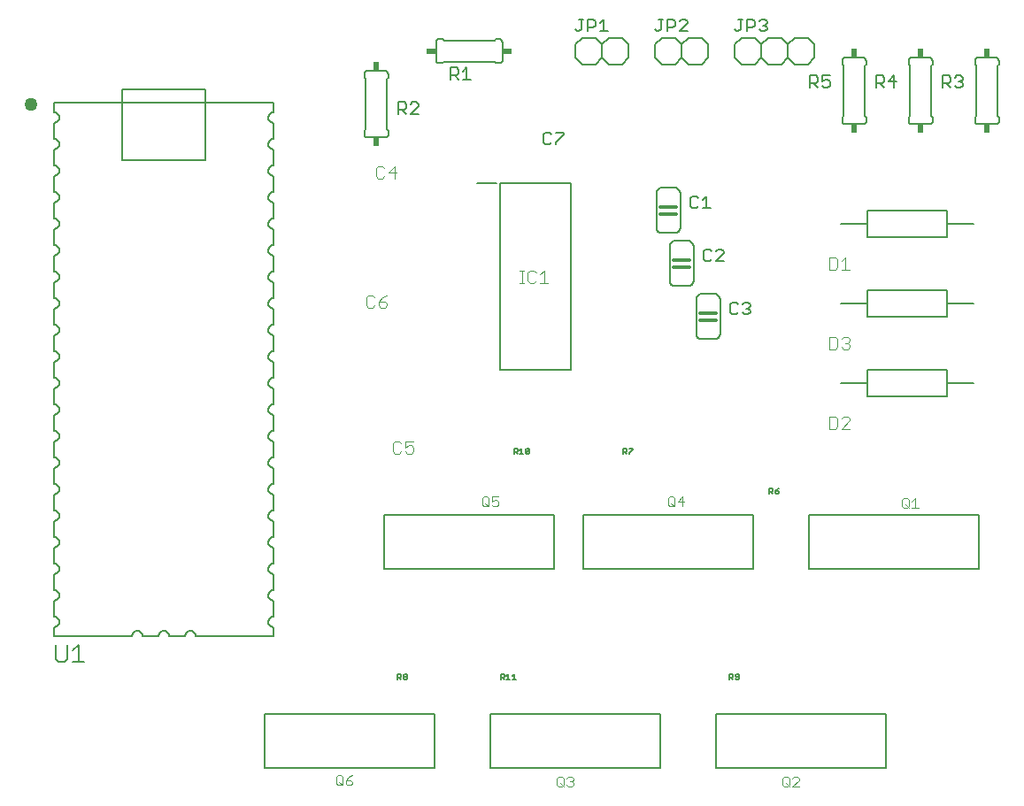
<source format=gto>
G04 EAGLE Gerber RS-274X export*
G75*
%MOMM*%
%FSLAX34Y34*%
%LPD*%
%INSilkscreen Top*%
%IPPOS*%
%AMOC8*
5,1,8,0,0,1.08239X$1,22.5*%
G01*
%ADD10C,0.152400*%
%ADD11C,0.304800*%
%ADD12C,0.127000*%
%ADD13C,0.101600*%
%ADD14C,0.200000*%
%ADD15C,0.150000*%
%ADD16C,0.076200*%
%ADD17R,0.863600X0.609600*%
%ADD18R,0.609600X0.863600*%
%ADD19C,1.270000*%


D10*
X603250Y605790D02*
X615950Y605790D01*
X616090Y605788D01*
X616230Y605782D01*
X616370Y605773D01*
X616509Y605759D01*
X616648Y605742D01*
X616786Y605721D01*
X616924Y605696D01*
X617061Y605667D01*
X617197Y605635D01*
X617332Y605598D01*
X617466Y605558D01*
X617599Y605515D01*
X617731Y605467D01*
X617862Y605417D01*
X617991Y605362D01*
X618118Y605304D01*
X618244Y605243D01*
X618368Y605178D01*
X618490Y605109D01*
X618610Y605038D01*
X618728Y604963D01*
X618845Y604885D01*
X618959Y604803D01*
X619070Y604719D01*
X619179Y604631D01*
X619286Y604541D01*
X619391Y604447D01*
X619492Y604351D01*
X619591Y604252D01*
X619687Y604151D01*
X619781Y604046D01*
X619871Y603939D01*
X619959Y603830D01*
X620043Y603719D01*
X620125Y603605D01*
X620203Y603488D01*
X620278Y603370D01*
X620349Y603250D01*
X620418Y603128D01*
X620483Y603004D01*
X620544Y602878D01*
X620602Y602751D01*
X620657Y602622D01*
X620707Y602491D01*
X620755Y602359D01*
X620798Y602226D01*
X620838Y602092D01*
X620875Y601957D01*
X620907Y601821D01*
X620936Y601684D01*
X620961Y601546D01*
X620982Y601408D01*
X620999Y601269D01*
X621013Y601130D01*
X621022Y600990D01*
X621028Y600850D01*
X621030Y600710D01*
X603250Y605790D02*
X603110Y605788D01*
X602970Y605782D01*
X602830Y605773D01*
X602691Y605759D01*
X602552Y605742D01*
X602414Y605721D01*
X602276Y605696D01*
X602139Y605667D01*
X602003Y605635D01*
X601868Y605598D01*
X601734Y605558D01*
X601601Y605515D01*
X601469Y605467D01*
X601338Y605417D01*
X601209Y605362D01*
X601082Y605304D01*
X600956Y605243D01*
X600832Y605178D01*
X600710Y605109D01*
X600590Y605038D01*
X600472Y604963D01*
X600355Y604885D01*
X600241Y604803D01*
X600130Y604719D01*
X600021Y604631D01*
X599914Y604541D01*
X599809Y604447D01*
X599708Y604351D01*
X599609Y604252D01*
X599513Y604151D01*
X599419Y604046D01*
X599329Y603939D01*
X599241Y603830D01*
X599157Y603719D01*
X599075Y603605D01*
X598997Y603488D01*
X598922Y603370D01*
X598851Y603250D01*
X598782Y603128D01*
X598717Y603004D01*
X598656Y602878D01*
X598598Y602751D01*
X598543Y602622D01*
X598493Y602491D01*
X598445Y602359D01*
X598402Y602226D01*
X598362Y602092D01*
X598325Y601957D01*
X598293Y601821D01*
X598264Y601684D01*
X598239Y601546D01*
X598218Y601408D01*
X598201Y601269D01*
X598187Y601130D01*
X598178Y600990D01*
X598172Y600850D01*
X598170Y600710D01*
X621030Y600710D02*
X621030Y567690D01*
X615950Y562610D02*
X603250Y562610D01*
X598170Y567690D02*
X598170Y600710D01*
X621030Y567690D02*
X621028Y567550D01*
X621022Y567410D01*
X621013Y567270D01*
X620999Y567131D01*
X620982Y566992D01*
X620961Y566854D01*
X620936Y566716D01*
X620907Y566579D01*
X620875Y566443D01*
X620838Y566308D01*
X620798Y566174D01*
X620755Y566041D01*
X620707Y565909D01*
X620657Y565778D01*
X620602Y565649D01*
X620544Y565522D01*
X620483Y565396D01*
X620418Y565272D01*
X620349Y565150D01*
X620278Y565030D01*
X620203Y564912D01*
X620125Y564795D01*
X620043Y564681D01*
X619959Y564570D01*
X619871Y564461D01*
X619781Y564354D01*
X619687Y564249D01*
X619591Y564148D01*
X619492Y564049D01*
X619391Y563953D01*
X619286Y563859D01*
X619179Y563769D01*
X619070Y563681D01*
X618959Y563597D01*
X618845Y563515D01*
X618728Y563437D01*
X618610Y563362D01*
X618490Y563291D01*
X618368Y563222D01*
X618244Y563157D01*
X618118Y563096D01*
X617991Y563038D01*
X617862Y562983D01*
X617731Y562933D01*
X617599Y562885D01*
X617466Y562842D01*
X617332Y562802D01*
X617197Y562765D01*
X617061Y562733D01*
X616924Y562704D01*
X616786Y562679D01*
X616648Y562658D01*
X616509Y562641D01*
X616370Y562627D01*
X616230Y562618D01*
X616090Y562612D01*
X615950Y562610D01*
X603250Y562610D02*
X603110Y562612D01*
X602970Y562618D01*
X602830Y562627D01*
X602691Y562641D01*
X602552Y562658D01*
X602414Y562679D01*
X602276Y562704D01*
X602139Y562733D01*
X602003Y562765D01*
X601868Y562802D01*
X601734Y562842D01*
X601601Y562885D01*
X601469Y562933D01*
X601338Y562983D01*
X601209Y563038D01*
X601082Y563096D01*
X600956Y563157D01*
X600832Y563222D01*
X600710Y563291D01*
X600590Y563362D01*
X600472Y563437D01*
X600355Y563515D01*
X600241Y563597D01*
X600130Y563681D01*
X600021Y563769D01*
X599914Y563859D01*
X599809Y563953D01*
X599708Y564049D01*
X599609Y564148D01*
X599513Y564249D01*
X599419Y564354D01*
X599329Y564461D01*
X599241Y564570D01*
X599157Y564681D01*
X599075Y564795D01*
X598997Y564912D01*
X598922Y565030D01*
X598851Y565150D01*
X598782Y565272D01*
X598717Y565396D01*
X598656Y565522D01*
X598598Y565649D01*
X598543Y565778D01*
X598493Y565909D01*
X598445Y566041D01*
X598402Y566174D01*
X598362Y566308D01*
X598325Y566443D01*
X598293Y566579D01*
X598264Y566716D01*
X598239Y566854D01*
X598218Y566992D01*
X598201Y567131D01*
X598187Y567270D01*
X598178Y567410D01*
X598172Y567550D01*
X598170Y567690D01*
D11*
X601980Y587248D02*
X617220Y587248D01*
X617220Y580898D02*
X601980Y580898D01*
D12*
X636275Y597545D02*
X638182Y595638D01*
X636275Y597545D02*
X632462Y597545D01*
X630555Y595638D01*
X630555Y588012D01*
X632462Y586105D01*
X636275Y586105D01*
X638182Y588012D01*
X642249Y593732D02*
X646062Y597545D01*
X646062Y586105D01*
X642249Y586105D02*
X649875Y586105D01*
D10*
X628650Y554990D02*
X615950Y554990D01*
X628650Y554990D02*
X628790Y554988D01*
X628930Y554982D01*
X629070Y554973D01*
X629209Y554959D01*
X629348Y554942D01*
X629486Y554921D01*
X629624Y554896D01*
X629761Y554867D01*
X629897Y554835D01*
X630032Y554798D01*
X630166Y554758D01*
X630299Y554715D01*
X630431Y554667D01*
X630562Y554617D01*
X630691Y554562D01*
X630818Y554504D01*
X630944Y554443D01*
X631068Y554378D01*
X631190Y554309D01*
X631310Y554238D01*
X631428Y554163D01*
X631545Y554085D01*
X631659Y554003D01*
X631770Y553919D01*
X631879Y553831D01*
X631986Y553741D01*
X632091Y553647D01*
X632192Y553551D01*
X632291Y553452D01*
X632387Y553351D01*
X632481Y553246D01*
X632571Y553139D01*
X632659Y553030D01*
X632743Y552919D01*
X632825Y552805D01*
X632903Y552688D01*
X632978Y552570D01*
X633049Y552450D01*
X633118Y552328D01*
X633183Y552204D01*
X633244Y552078D01*
X633302Y551951D01*
X633357Y551822D01*
X633407Y551691D01*
X633455Y551559D01*
X633498Y551426D01*
X633538Y551292D01*
X633575Y551157D01*
X633607Y551021D01*
X633636Y550884D01*
X633661Y550746D01*
X633682Y550608D01*
X633699Y550469D01*
X633713Y550330D01*
X633722Y550190D01*
X633728Y550050D01*
X633730Y549910D01*
X615950Y554990D02*
X615810Y554988D01*
X615670Y554982D01*
X615530Y554973D01*
X615391Y554959D01*
X615252Y554942D01*
X615114Y554921D01*
X614976Y554896D01*
X614839Y554867D01*
X614703Y554835D01*
X614568Y554798D01*
X614434Y554758D01*
X614301Y554715D01*
X614169Y554667D01*
X614038Y554617D01*
X613909Y554562D01*
X613782Y554504D01*
X613656Y554443D01*
X613532Y554378D01*
X613410Y554309D01*
X613290Y554238D01*
X613172Y554163D01*
X613055Y554085D01*
X612941Y554003D01*
X612830Y553919D01*
X612721Y553831D01*
X612614Y553741D01*
X612509Y553647D01*
X612408Y553551D01*
X612309Y553452D01*
X612213Y553351D01*
X612119Y553246D01*
X612029Y553139D01*
X611941Y553030D01*
X611857Y552919D01*
X611775Y552805D01*
X611697Y552688D01*
X611622Y552570D01*
X611551Y552450D01*
X611482Y552328D01*
X611417Y552204D01*
X611356Y552078D01*
X611298Y551951D01*
X611243Y551822D01*
X611193Y551691D01*
X611145Y551559D01*
X611102Y551426D01*
X611062Y551292D01*
X611025Y551157D01*
X610993Y551021D01*
X610964Y550884D01*
X610939Y550746D01*
X610918Y550608D01*
X610901Y550469D01*
X610887Y550330D01*
X610878Y550190D01*
X610872Y550050D01*
X610870Y549910D01*
X633730Y549910D02*
X633730Y516890D01*
X628650Y511810D02*
X615950Y511810D01*
X610870Y516890D02*
X610870Y549910D01*
X633730Y516890D02*
X633728Y516750D01*
X633722Y516610D01*
X633713Y516470D01*
X633699Y516331D01*
X633682Y516192D01*
X633661Y516054D01*
X633636Y515916D01*
X633607Y515779D01*
X633575Y515643D01*
X633538Y515508D01*
X633498Y515374D01*
X633455Y515241D01*
X633407Y515109D01*
X633357Y514978D01*
X633302Y514849D01*
X633244Y514722D01*
X633183Y514596D01*
X633118Y514472D01*
X633049Y514350D01*
X632978Y514230D01*
X632903Y514112D01*
X632825Y513995D01*
X632743Y513881D01*
X632659Y513770D01*
X632571Y513661D01*
X632481Y513554D01*
X632387Y513449D01*
X632291Y513348D01*
X632192Y513249D01*
X632091Y513153D01*
X631986Y513059D01*
X631879Y512969D01*
X631770Y512881D01*
X631659Y512797D01*
X631545Y512715D01*
X631428Y512637D01*
X631310Y512562D01*
X631190Y512491D01*
X631068Y512422D01*
X630944Y512357D01*
X630818Y512296D01*
X630691Y512238D01*
X630562Y512183D01*
X630431Y512133D01*
X630299Y512085D01*
X630166Y512042D01*
X630032Y512002D01*
X629897Y511965D01*
X629761Y511933D01*
X629624Y511904D01*
X629486Y511879D01*
X629348Y511858D01*
X629209Y511841D01*
X629070Y511827D01*
X628930Y511818D01*
X628790Y511812D01*
X628650Y511810D01*
X615950Y511810D02*
X615810Y511812D01*
X615670Y511818D01*
X615530Y511827D01*
X615391Y511841D01*
X615252Y511858D01*
X615114Y511879D01*
X614976Y511904D01*
X614839Y511933D01*
X614703Y511965D01*
X614568Y512002D01*
X614434Y512042D01*
X614301Y512085D01*
X614169Y512133D01*
X614038Y512183D01*
X613909Y512238D01*
X613782Y512296D01*
X613656Y512357D01*
X613532Y512422D01*
X613410Y512491D01*
X613290Y512562D01*
X613172Y512637D01*
X613055Y512715D01*
X612941Y512797D01*
X612830Y512881D01*
X612721Y512969D01*
X612614Y513059D01*
X612509Y513153D01*
X612408Y513249D01*
X612309Y513348D01*
X612213Y513449D01*
X612119Y513554D01*
X612029Y513661D01*
X611941Y513770D01*
X611857Y513881D01*
X611775Y513995D01*
X611697Y514112D01*
X611622Y514230D01*
X611551Y514350D01*
X611482Y514472D01*
X611417Y514596D01*
X611356Y514722D01*
X611298Y514849D01*
X611243Y514978D01*
X611193Y515109D01*
X611145Y515241D01*
X611102Y515374D01*
X611062Y515508D01*
X611025Y515643D01*
X610993Y515779D01*
X610964Y515916D01*
X610939Y516054D01*
X610918Y516192D01*
X610901Y516331D01*
X610887Y516470D01*
X610878Y516610D01*
X610872Y516750D01*
X610870Y516890D01*
D11*
X614680Y536448D02*
X629920Y536448D01*
X629920Y530098D02*
X614680Y530098D01*
D12*
X648975Y546745D02*
X650882Y544838D01*
X648975Y546745D02*
X645162Y546745D01*
X643255Y544838D01*
X643255Y537212D01*
X645162Y535305D01*
X648975Y535305D01*
X650882Y537212D01*
X654949Y535305D02*
X662575Y535305D01*
X654949Y535305D02*
X662575Y542932D01*
X662575Y544838D01*
X660669Y546745D01*
X656856Y546745D01*
X654949Y544838D01*
D10*
X654050Y504190D02*
X641350Y504190D01*
X654050Y504190D02*
X654190Y504188D01*
X654330Y504182D01*
X654470Y504173D01*
X654609Y504159D01*
X654748Y504142D01*
X654886Y504121D01*
X655024Y504096D01*
X655161Y504067D01*
X655297Y504035D01*
X655432Y503998D01*
X655566Y503958D01*
X655699Y503915D01*
X655831Y503867D01*
X655962Y503817D01*
X656091Y503762D01*
X656218Y503704D01*
X656344Y503643D01*
X656468Y503578D01*
X656590Y503509D01*
X656710Y503438D01*
X656828Y503363D01*
X656945Y503285D01*
X657059Y503203D01*
X657170Y503119D01*
X657279Y503031D01*
X657386Y502941D01*
X657491Y502847D01*
X657592Y502751D01*
X657691Y502652D01*
X657787Y502551D01*
X657881Y502446D01*
X657971Y502339D01*
X658059Y502230D01*
X658143Y502119D01*
X658225Y502005D01*
X658303Y501888D01*
X658378Y501770D01*
X658449Y501650D01*
X658518Y501528D01*
X658583Y501404D01*
X658644Y501278D01*
X658702Y501151D01*
X658757Y501022D01*
X658807Y500891D01*
X658855Y500759D01*
X658898Y500626D01*
X658938Y500492D01*
X658975Y500357D01*
X659007Y500221D01*
X659036Y500084D01*
X659061Y499946D01*
X659082Y499808D01*
X659099Y499669D01*
X659113Y499530D01*
X659122Y499390D01*
X659128Y499250D01*
X659130Y499110D01*
X641350Y504190D02*
X641210Y504188D01*
X641070Y504182D01*
X640930Y504173D01*
X640791Y504159D01*
X640652Y504142D01*
X640514Y504121D01*
X640376Y504096D01*
X640239Y504067D01*
X640103Y504035D01*
X639968Y503998D01*
X639834Y503958D01*
X639701Y503915D01*
X639569Y503867D01*
X639438Y503817D01*
X639309Y503762D01*
X639182Y503704D01*
X639056Y503643D01*
X638932Y503578D01*
X638810Y503509D01*
X638690Y503438D01*
X638572Y503363D01*
X638455Y503285D01*
X638341Y503203D01*
X638230Y503119D01*
X638121Y503031D01*
X638014Y502941D01*
X637909Y502847D01*
X637808Y502751D01*
X637709Y502652D01*
X637613Y502551D01*
X637519Y502446D01*
X637429Y502339D01*
X637341Y502230D01*
X637257Y502119D01*
X637175Y502005D01*
X637097Y501888D01*
X637022Y501770D01*
X636951Y501650D01*
X636882Y501528D01*
X636817Y501404D01*
X636756Y501278D01*
X636698Y501151D01*
X636643Y501022D01*
X636593Y500891D01*
X636545Y500759D01*
X636502Y500626D01*
X636462Y500492D01*
X636425Y500357D01*
X636393Y500221D01*
X636364Y500084D01*
X636339Y499946D01*
X636318Y499808D01*
X636301Y499669D01*
X636287Y499530D01*
X636278Y499390D01*
X636272Y499250D01*
X636270Y499110D01*
X659130Y499110D02*
X659130Y466090D01*
X654050Y461010D02*
X641350Y461010D01*
X636270Y466090D02*
X636270Y499110D01*
X659130Y466090D02*
X659128Y465950D01*
X659122Y465810D01*
X659113Y465670D01*
X659099Y465531D01*
X659082Y465392D01*
X659061Y465254D01*
X659036Y465116D01*
X659007Y464979D01*
X658975Y464843D01*
X658938Y464708D01*
X658898Y464574D01*
X658855Y464441D01*
X658807Y464309D01*
X658757Y464178D01*
X658702Y464049D01*
X658644Y463922D01*
X658583Y463796D01*
X658518Y463672D01*
X658449Y463550D01*
X658378Y463430D01*
X658303Y463312D01*
X658225Y463195D01*
X658143Y463081D01*
X658059Y462970D01*
X657971Y462861D01*
X657881Y462754D01*
X657787Y462649D01*
X657691Y462548D01*
X657592Y462449D01*
X657491Y462353D01*
X657386Y462259D01*
X657279Y462169D01*
X657170Y462081D01*
X657059Y461997D01*
X656945Y461915D01*
X656828Y461837D01*
X656710Y461762D01*
X656590Y461691D01*
X656468Y461622D01*
X656344Y461557D01*
X656218Y461496D01*
X656091Y461438D01*
X655962Y461383D01*
X655831Y461333D01*
X655699Y461285D01*
X655566Y461242D01*
X655432Y461202D01*
X655297Y461165D01*
X655161Y461133D01*
X655024Y461104D01*
X654886Y461079D01*
X654748Y461058D01*
X654609Y461041D01*
X654470Y461027D01*
X654330Y461018D01*
X654190Y461012D01*
X654050Y461010D01*
X641350Y461010D02*
X641210Y461012D01*
X641070Y461018D01*
X640930Y461027D01*
X640791Y461041D01*
X640652Y461058D01*
X640514Y461079D01*
X640376Y461104D01*
X640239Y461133D01*
X640103Y461165D01*
X639968Y461202D01*
X639834Y461242D01*
X639701Y461285D01*
X639569Y461333D01*
X639438Y461383D01*
X639309Y461438D01*
X639182Y461496D01*
X639056Y461557D01*
X638932Y461622D01*
X638810Y461691D01*
X638690Y461762D01*
X638572Y461837D01*
X638455Y461915D01*
X638341Y461997D01*
X638230Y462081D01*
X638121Y462169D01*
X638014Y462259D01*
X637909Y462353D01*
X637808Y462449D01*
X637709Y462548D01*
X637613Y462649D01*
X637519Y462754D01*
X637429Y462861D01*
X637341Y462970D01*
X637257Y463081D01*
X637175Y463195D01*
X637097Y463312D01*
X637022Y463430D01*
X636951Y463550D01*
X636882Y463672D01*
X636817Y463796D01*
X636756Y463922D01*
X636698Y464049D01*
X636643Y464178D01*
X636593Y464309D01*
X636545Y464441D01*
X636502Y464574D01*
X636462Y464708D01*
X636425Y464843D01*
X636393Y464979D01*
X636364Y465116D01*
X636339Y465254D01*
X636318Y465392D01*
X636301Y465531D01*
X636287Y465670D01*
X636278Y465810D01*
X636272Y465950D01*
X636270Y466090D01*
D11*
X640080Y485648D02*
X655320Y485648D01*
X655320Y479298D02*
X640080Y479298D01*
D12*
X674375Y495945D02*
X676282Y494038D01*
X674375Y495945D02*
X670562Y495945D01*
X668655Y494038D01*
X668655Y486412D01*
X670562Y484505D01*
X674375Y484505D01*
X676282Y486412D01*
X680349Y494038D02*
X682256Y495945D01*
X686069Y495945D01*
X687975Y494038D01*
X687975Y492132D01*
X686069Y490225D01*
X684162Y490225D01*
X686069Y490225D02*
X687975Y488318D01*
X687975Y486412D01*
X686069Y484505D01*
X682256Y484505D01*
X680349Y486412D01*
D13*
X337816Y624553D02*
X335867Y626502D01*
X331969Y626502D01*
X330020Y624553D01*
X330020Y616757D01*
X331969Y614808D01*
X335867Y614808D01*
X337816Y616757D01*
X347561Y614808D02*
X347561Y626502D01*
X341714Y620655D01*
X349510Y620655D01*
X351955Y363102D02*
X353904Y361153D01*
X351955Y363102D02*
X348057Y363102D01*
X346108Y361153D01*
X346108Y353357D01*
X348057Y351408D01*
X351955Y351408D01*
X353904Y353357D01*
X357802Y363102D02*
X365598Y363102D01*
X357802Y363102D02*
X357802Y357255D01*
X361700Y359204D01*
X363649Y359204D01*
X365598Y357255D01*
X365598Y353357D01*
X363649Y351408D01*
X359751Y351408D01*
X357802Y353357D01*
X328504Y500853D02*
X326555Y502802D01*
X322657Y502802D01*
X320708Y500853D01*
X320708Y493057D01*
X322657Y491108D01*
X326555Y491108D01*
X328504Y493057D01*
X336300Y500853D02*
X340198Y502802D01*
X336300Y500853D02*
X332402Y496955D01*
X332402Y493057D01*
X334351Y491108D01*
X338249Y491108D01*
X340198Y493057D01*
X340198Y495006D01*
X338249Y496955D01*
X332402Y496955D01*
D12*
X800100Y584200D02*
X876300Y584200D01*
X876300Y571500D01*
X876300Y558800D01*
X800100Y558800D01*
X800100Y571500D02*
X800100Y584200D01*
X800100Y571500D02*
X800100Y558800D01*
X800100Y571500D02*
X774700Y571500D01*
X876300Y571500D02*
X901700Y571500D01*
D13*
X763514Y539252D02*
X763514Y527558D01*
X769361Y527558D01*
X771310Y529507D01*
X771310Y537303D01*
X769361Y539252D01*
X763514Y539252D01*
X775208Y535354D02*
X779106Y539252D01*
X779106Y527558D01*
X775208Y527558D02*
X783004Y527558D01*
D12*
X800100Y431800D02*
X876300Y431800D01*
X876300Y419100D01*
X876300Y406400D01*
X800100Y406400D01*
X800100Y419100D02*
X800100Y431800D01*
X800100Y419100D02*
X800100Y406400D01*
X800100Y419100D02*
X774700Y419100D01*
X876300Y419100D02*
X901700Y419100D01*
D13*
X763514Y386852D02*
X763514Y375158D01*
X769361Y375158D01*
X771310Y377107D01*
X771310Y384903D01*
X769361Y386852D01*
X763514Y386852D01*
X775208Y375158D02*
X783004Y375158D01*
X775208Y375158D02*
X783004Y382954D01*
X783004Y384903D01*
X781055Y386852D01*
X777157Y386852D01*
X775208Y384903D01*
D12*
X800100Y508000D02*
X876300Y508000D01*
X876300Y495300D01*
X876300Y482600D01*
X800100Y482600D01*
X800100Y495300D02*
X800100Y508000D01*
X800100Y495300D02*
X800100Y482600D01*
X800100Y495300D02*
X774700Y495300D01*
X876300Y495300D02*
X901700Y495300D01*
D13*
X763514Y463052D02*
X763514Y451358D01*
X769361Y451358D01*
X771310Y453307D01*
X771310Y461103D01*
X769361Y463052D01*
X763514Y463052D01*
X775208Y461103D02*
X777157Y463052D01*
X781055Y463052D01*
X783004Y461103D01*
X783004Y459154D01*
X781055Y457205D01*
X779106Y457205D01*
X781055Y457205D02*
X783004Y455256D01*
X783004Y453307D01*
X781055Y451358D01*
X777157Y451358D01*
X775208Y453307D01*
D14*
X516450Y610220D02*
X448750Y610220D01*
X516450Y610220D02*
X516450Y431180D01*
X448750Y431180D01*
X448750Y610220D01*
X445250Y610000D02*
X426350Y610000D01*
D13*
X467516Y514858D02*
X471414Y514858D01*
X469465Y514858D02*
X469465Y526552D01*
X467516Y526552D02*
X471414Y526552D01*
X481159Y526552D02*
X483108Y524603D01*
X481159Y526552D02*
X477261Y526552D01*
X475312Y524603D01*
X475312Y516807D01*
X477261Y514858D01*
X481159Y514858D01*
X483108Y516807D01*
X487006Y522654D02*
X490904Y526552D01*
X490904Y514858D01*
X487006Y514858D02*
X494802Y514858D01*
D10*
X527050Y749300D02*
X539750Y749300D01*
X546100Y742950D01*
X546100Y730250D01*
X539750Y723900D01*
X520700Y730250D02*
X520700Y742950D01*
X527050Y749300D01*
X520700Y730250D02*
X527050Y723900D01*
X539750Y723900D01*
X546100Y742950D02*
X552450Y749300D01*
X565150Y749300D01*
X571500Y742950D01*
X571500Y730250D01*
X565150Y723900D01*
X552450Y723900D01*
X546100Y730250D01*
D12*
X522480Y755523D02*
X520573Y757430D01*
X522480Y755523D02*
X524386Y755523D01*
X526293Y757430D01*
X526293Y766963D01*
X524386Y766963D02*
X528200Y766963D01*
X532267Y766963D02*
X532267Y755523D01*
X532267Y766963D02*
X537987Y766963D01*
X539893Y765056D01*
X539893Y761243D01*
X537987Y759336D01*
X532267Y759336D01*
X543961Y763150D02*
X547774Y766963D01*
X547774Y755523D01*
X543961Y755523D02*
X551587Y755523D01*
D10*
X603250Y749300D02*
X615950Y749300D01*
X622300Y742950D01*
X622300Y730250D01*
X615950Y723900D01*
X596900Y730250D02*
X596900Y742950D01*
X603250Y749300D01*
X596900Y730250D02*
X603250Y723900D01*
X615950Y723900D01*
X622300Y742950D02*
X628650Y749300D01*
X641350Y749300D01*
X647700Y742950D01*
X647700Y730250D01*
X641350Y723900D01*
X628650Y723900D01*
X622300Y730250D01*
D12*
X598680Y755523D02*
X596773Y757430D01*
X598680Y755523D02*
X600586Y755523D01*
X602493Y757430D01*
X602493Y766963D01*
X600586Y766963D02*
X604400Y766963D01*
X608467Y766963D02*
X608467Y755523D01*
X608467Y766963D02*
X614187Y766963D01*
X616093Y765056D01*
X616093Y761243D01*
X614187Y759336D01*
X608467Y759336D01*
X620161Y755523D02*
X627787Y755523D01*
X620161Y755523D02*
X627787Y763150D01*
X627787Y765056D01*
X625881Y766963D01*
X622068Y766963D01*
X620161Y765056D01*
D10*
X679450Y749300D02*
X692150Y749300D01*
X698500Y742950D01*
X698500Y730250D01*
X692150Y723900D01*
X698500Y742950D02*
X704850Y749300D01*
X717550Y749300D01*
X723900Y742950D01*
X723900Y730250D01*
X717550Y723900D01*
X704850Y723900D01*
X698500Y730250D01*
X673100Y730250D02*
X673100Y742950D01*
X679450Y749300D01*
X673100Y730250D02*
X679450Y723900D01*
X692150Y723900D01*
X723900Y742950D02*
X730250Y749300D01*
X742950Y749300D01*
X749300Y742950D01*
X749300Y730250D01*
X742950Y723900D01*
X730250Y723900D01*
X723900Y730250D01*
D12*
X674880Y755523D02*
X672973Y757430D01*
X674880Y755523D02*
X676786Y755523D01*
X678693Y757430D01*
X678693Y766963D01*
X676786Y766963D02*
X680600Y766963D01*
X684667Y766963D02*
X684667Y755523D01*
X684667Y766963D02*
X690387Y766963D01*
X692293Y765056D01*
X692293Y761243D01*
X690387Y759336D01*
X684667Y759336D01*
X696361Y765056D02*
X698268Y766963D01*
X702081Y766963D01*
X703987Y765056D01*
X703987Y763150D01*
X702081Y761243D01*
X700174Y761243D01*
X702081Y761243D02*
X703987Y759336D01*
X703987Y757430D01*
X702081Y755523D01*
X698268Y755523D01*
X696361Y757430D01*
D15*
X744000Y292700D02*
X744000Y240700D01*
X744000Y292700D02*
X907000Y292700D01*
X907000Y240700D01*
X744000Y240700D01*
D16*
X833465Y301122D02*
X833465Y307286D01*
X835006Y308827D01*
X838088Y308827D01*
X839629Y307286D01*
X839629Y301122D01*
X838088Y299581D01*
X835006Y299581D01*
X833465Y301122D01*
X836547Y302663D02*
X839629Y299581D01*
X842673Y305745D02*
X845755Y308827D01*
X845755Y299581D01*
X842673Y299581D02*
X848837Y299581D01*
D15*
X655100Y102200D02*
X655100Y50200D01*
X655100Y102200D02*
X818100Y102200D01*
X818100Y50200D01*
X655100Y50200D01*
D16*
X719165Y40586D02*
X719165Y34422D01*
X719165Y40586D02*
X720706Y42127D01*
X723788Y42127D01*
X725329Y40586D01*
X725329Y34422D01*
X723788Y32881D01*
X720706Y32881D01*
X719165Y34422D01*
X722247Y35963D02*
X725329Y32881D01*
X728373Y32881D02*
X734537Y32881D01*
X728373Y32881D02*
X734537Y39045D01*
X734537Y40586D01*
X732996Y42127D01*
X729914Y42127D01*
X728373Y40586D01*
D15*
X439200Y50200D02*
X439200Y102200D01*
X602200Y102200D01*
X602200Y50200D01*
X439200Y50200D01*
D16*
X503265Y40586D02*
X503265Y34422D01*
X503265Y40586D02*
X504806Y42127D01*
X507888Y42127D01*
X509429Y40586D01*
X509429Y34422D01*
X507888Y32881D01*
X504806Y32881D01*
X503265Y34422D01*
X506347Y35963D02*
X509429Y32881D01*
X512473Y40586D02*
X514014Y42127D01*
X517096Y42127D01*
X518637Y40586D01*
X518637Y39045D01*
X517096Y37504D01*
X515555Y37504D01*
X517096Y37504D02*
X518637Y35963D01*
X518637Y34422D01*
X517096Y32881D01*
X514014Y32881D01*
X512473Y34422D01*
D15*
X691100Y240700D02*
X691100Y292700D01*
X691100Y240700D02*
X528100Y240700D01*
X528100Y292700D01*
X691100Y292700D01*
D16*
X609381Y302322D02*
X609381Y308486D01*
X610922Y310027D01*
X614004Y310027D01*
X615545Y308486D01*
X615545Y302322D01*
X614004Y300781D01*
X610922Y300781D01*
X609381Y302322D01*
X612463Y303863D02*
X615545Y300781D01*
X623212Y300781D02*
X623212Y310027D01*
X618589Y305404D01*
X624753Y305404D01*
D15*
X500600Y292700D02*
X500600Y240700D01*
X337600Y240700D01*
X337600Y292700D01*
X500600Y292700D01*
D16*
X431581Y302322D02*
X431581Y308486D01*
X433122Y310027D01*
X436204Y310027D01*
X437745Y308486D01*
X437745Y302322D01*
X436204Y300781D01*
X433122Y300781D01*
X431581Y302322D01*
X434663Y303863D02*
X437745Y300781D01*
X440789Y310027D02*
X446953Y310027D01*
X440789Y310027D02*
X440789Y305404D01*
X443871Y306945D01*
X445412Y306945D01*
X446953Y305404D01*
X446953Y302322D01*
X445412Y300781D01*
X442330Y300781D01*
X440789Y302322D01*
D15*
X386300Y102200D02*
X386300Y50200D01*
X223300Y50200D01*
X223300Y102200D01*
X386300Y102200D01*
D16*
X291881Y41786D02*
X291881Y35622D01*
X291881Y41786D02*
X293422Y43327D01*
X296504Y43327D01*
X298045Y41786D01*
X298045Y35622D01*
X296504Y34081D01*
X293422Y34081D01*
X291881Y35622D01*
X294963Y37163D02*
X298045Y34081D01*
X304171Y41786D02*
X307253Y43327D01*
X304171Y41786D02*
X301089Y38704D01*
X301089Y35622D01*
X302630Y34081D01*
X305712Y34081D01*
X307253Y35622D01*
X307253Y37163D01*
X305712Y38704D01*
X301089Y38704D01*
D10*
X448310Y725170D02*
X448410Y725172D01*
X448509Y725178D01*
X448609Y725188D01*
X448707Y725201D01*
X448806Y725219D01*
X448903Y725240D01*
X448999Y725265D01*
X449095Y725294D01*
X449189Y725327D01*
X449282Y725363D01*
X449373Y725403D01*
X449463Y725447D01*
X449551Y725494D01*
X449637Y725544D01*
X449721Y725598D01*
X449803Y725655D01*
X449882Y725715D01*
X449960Y725779D01*
X450034Y725845D01*
X450106Y725914D01*
X450175Y725986D01*
X450241Y726060D01*
X450305Y726138D01*
X450365Y726217D01*
X450422Y726299D01*
X450476Y726383D01*
X450526Y726469D01*
X450573Y726557D01*
X450617Y726647D01*
X450657Y726738D01*
X450693Y726831D01*
X450726Y726925D01*
X450755Y727021D01*
X450780Y727117D01*
X450801Y727214D01*
X450819Y727313D01*
X450832Y727411D01*
X450842Y727511D01*
X450848Y727610D01*
X450850Y727710D01*
X450850Y745490D02*
X450848Y745590D01*
X450842Y745689D01*
X450832Y745789D01*
X450819Y745887D01*
X450801Y745986D01*
X450780Y746083D01*
X450755Y746179D01*
X450726Y746275D01*
X450693Y746369D01*
X450657Y746462D01*
X450617Y746553D01*
X450573Y746643D01*
X450526Y746731D01*
X450476Y746817D01*
X450422Y746901D01*
X450365Y746983D01*
X450305Y747062D01*
X450241Y747140D01*
X450175Y747214D01*
X450106Y747286D01*
X450034Y747355D01*
X449960Y747421D01*
X449882Y747485D01*
X449803Y747545D01*
X449721Y747602D01*
X449637Y747656D01*
X449551Y747706D01*
X449463Y747753D01*
X449373Y747797D01*
X449282Y747837D01*
X449189Y747873D01*
X449095Y747906D01*
X448999Y747935D01*
X448903Y747960D01*
X448806Y747981D01*
X448707Y747999D01*
X448609Y748012D01*
X448509Y748022D01*
X448410Y748028D01*
X448310Y748030D01*
X389890Y748030D02*
X389790Y748028D01*
X389691Y748022D01*
X389591Y748012D01*
X389493Y747999D01*
X389394Y747981D01*
X389297Y747960D01*
X389201Y747935D01*
X389105Y747906D01*
X389011Y747873D01*
X388918Y747837D01*
X388827Y747797D01*
X388737Y747753D01*
X388649Y747706D01*
X388563Y747656D01*
X388479Y747602D01*
X388397Y747545D01*
X388318Y747485D01*
X388240Y747421D01*
X388166Y747355D01*
X388094Y747286D01*
X388025Y747214D01*
X387959Y747140D01*
X387895Y747062D01*
X387835Y746983D01*
X387778Y746901D01*
X387724Y746817D01*
X387674Y746731D01*
X387627Y746643D01*
X387583Y746553D01*
X387543Y746462D01*
X387507Y746369D01*
X387474Y746275D01*
X387445Y746179D01*
X387420Y746083D01*
X387399Y745986D01*
X387381Y745887D01*
X387368Y745789D01*
X387358Y745689D01*
X387352Y745590D01*
X387350Y745490D01*
X387350Y727710D02*
X387352Y727610D01*
X387358Y727511D01*
X387368Y727411D01*
X387381Y727313D01*
X387399Y727214D01*
X387420Y727117D01*
X387445Y727021D01*
X387474Y726925D01*
X387507Y726831D01*
X387543Y726738D01*
X387583Y726647D01*
X387627Y726557D01*
X387674Y726469D01*
X387724Y726383D01*
X387778Y726299D01*
X387835Y726217D01*
X387895Y726138D01*
X387959Y726060D01*
X388025Y725986D01*
X388094Y725914D01*
X388166Y725845D01*
X388240Y725779D01*
X388318Y725715D01*
X388397Y725655D01*
X388479Y725598D01*
X388563Y725544D01*
X388649Y725494D01*
X388737Y725447D01*
X388827Y725403D01*
X388918Y725363D01*
X389011Y725327D01*
X389105Y725294D01*
X389201Y725265D01*
X389297Y725240D01*
X389394Y725219D01*
X389493Y725201D01*
X389591Y725188D01*
X389691Y725178D01*
X389790Y725172D01*
X389890Y725170D01*
X450850Y727710D02*
X450850Y745490D01*
X448310Y725170D02*
X444500Y725170D01*
X443230Y726440D01*
X444500Y748030D02*
X448310Y748030D01*
X444500Y748030D02*
X443230Y746760D01*
X394970Y726440D02*
X393700Y725170D01*
X394970Y726440D02*
X443230Y726440D01*
X394970Y746760D02*
X393700Y748030D01*
X394970Y746760D02*
X443230Y746760D01*
X393700Y725170D02*
X389890Y725170D01*
X389890Y748030D02*
X393700Y748030D01*
X387350Y745490D02*
X387350Y727710D01*
D17*
X383032Y736600D03*
X455168Y736600D03*
D12*
X401427Y720735D02*
X401427Y709295D01*
X401427Y720735D02*
X407147Y720735D01*
X409054Y718828D01*
X409054Y715015D01*
X407147Y713108D01*
X401427Y713108D01*
X405240Y713108D02*
X409054Y709295D01*
X413121Y716922D02*
X416934Y720735D01*
X416934Y709295D01*
X413121Y709295D02*
X420748Y709295D01*
X462115Y355985D02*
X462115Y351155D01*
X462115Y355985D02*
X464530Y355985D01*
X465335Y355180D01*
X465335Y353570D01*
X464530Y352765D01*
X462115Y352765D01*
X463725Y352765D02*
X465335Y351155D01*
X467728Y354375D02*
X469338Y355985D01*
X469338Y351155D01*
X467728Y351155D02*
X470949Y351155D01*
X473342Y351960D02*
X473342Y355180D01*
X474147Y355985D01*
X475757Y355985D01*
X476562Y355180D01*
X476562Y351960D01*
X475757Y351155D01*
X474147Y351155D01*
X473342Y351960D01*
X476562Y355180D01*
X449415Y140085D02*
X449415Y135255D01*
X449415Y140085D02*
X451830Y140085D01*
X452635Y139280D01*
X452635Y137670D01*
X451830Y136865D01*
X449415Y136865D01*
X451025Y136865D02*
X452635Y135255D01*
X455028Y138475D02*
X456638Y140085D01*
X456638Y135255D01*
X455028Y135255D02*
X458249Y135255D01*
X460642Y138475D02*
X462252Y140085D01*
X462252Y135255D01*
X460642Y135255D02*
X463862Y135255D01*
D10*
X341630Y715010D02*
X341628Y715110D01*
X341622Y715209D01*
X341612Y715309D01*
X341599Y715407D01*
X341581Y715506D01*
X341560Y715603D01*
X341535Y715699D01*
X341506Y715795D01*
X341473Y715889D01*
X341437Y715982D01*
X341397Y716073D01*
X341353Y716163D01*
X341306Y716251D01*
X341256Y716337D01*
X341202Y716421D01*
X341145Y716503D01*
X341085Y716582D01*
X341021Y716660D01*
X340955Y716734D01*
X340886Y716806D01*
X340814Y716875D01*
X340740Y716941D01*
X340662Y717005D01*
X340583Y717065D01*
X340501Y717122D01*
X340417Y717176D01*
X340331Y717226D01*
X340243Y717273D01*
X340153Y717317D01*
X340062Y717357D01*
X339969Y717393D01*
X339875Y717426D01*
X339779Y717455D01*
X339683Y717480D01*
X339586Y717501D01*
X339487Y717519D01*
X339389Y717532D01*
X339289Y717542D01*
X339190Y717548D01*
X339090Y717550D01*
X321310Y717550D02*
X321210Y717548D01*
X321111Y717542D01*
X321011Y717532D01*
X320913Y717519D01*
X320814Y717501D01*
X320717Y717480D01*
X320621Y717455D01*
X320525Y717426D01*
X320431Y717393D01*
X320338Y717357D01*
X320247Y717317D01*
X320157Y717273D01*
X320069Y717226D01*
X319983Y717176D01*
X319899Y717122D01*
X319817Y717065D01*
X319738Y717005D01*
X319660Y716941D01*
X319586Y716875D01*
X319514Y716806D01*
X319445Y716734D01*
X319379Y716660D01*
X319315Y716582D01*
X319255Y716503D01*
X319198Y716421D01*
X319144Y716337D01*
X319094Y716251D01*
X319047Y716163D01*
X319003Y716073D01*
X318963Y715982D01*
X318927Y715889D01*
X318894Y715795D01*
X318865Y715699D01*
X318840Y715603D01*
X318819Y715506D01*
X318801Y715407D01*
X318788Y715309D01*
X318778Y715209D01*
X318772Y715110D01*
X318770Y715010D01*
X318770Y656590D02*
X318772Y656490D01*
X318778Y656391D01*
X318788Y656291D01*
X318801Y656193D01*
X318819Y656094D01*
X318840Y655997D01*
X318865Y655901D01*
X318894Y655805D01*
X318927Y655711D01*
X318963Y655618D01*
X319003Y655527D01*
X319047Y655437D01*
X319094Y655349D01*
X319144Y655263D01*
X319198Y655179D01*
X319255Y655097D01*
X319315Y655018D01*
X319379Y654940D01*
X319445Y654866D01*
X319514Y654794D01*
X319586Y654725D01*
X319660Y654659D01*
X319738Y654595D01*
X319817Y654535D01*
X319899Y654478D01*
X319983Y654424D01*
X320069Y654374D01*
X320157Y654327D01*
X320247Y654283D01*
X320338Y654243D01*
X320431Y654207D01*
X320525Y654174D01*
X320621Y654145D01*
X320717Y654120D01*
X320814Y654099D01*
X320913Y654081D01*
X321011Y654068D01*
X321111Y654058D01*
X321210Y654052D01*
X321310Y654050D01*
X339090Y654050D02*
X339190Y654052D01*
X339289Y654058D01*
X339389Y654068D01*
X339487Y654081D01*
X339586Y654099D01*
X339683Y654120D01*
X339779Y654145D01*
X339875Y654174D01*
X339969Y654207D01*
X340062Y654243D01*
X340153Y654283D01*
X340243Y654327D01*
X340331Y654374D01*
X340417Y654424D01*
X340501Y654478D01*
X340583Y654535D01*
X340662Y654595D01*
X340740Y654659D01*
X340814Y654725D01*
X340886Y654794D01*
X340955Y654866D01*
X341021Y654940D01*
X341085Y655018D01*
X341145Y655097D01*
X341202Y655179D01*
X341256Y655263D01*
X341306Y655349D01*
X341353Y655437D01*
X341397Y655527D01*
X341437Y655618D01*
X341473Y655711D01*
X341506Y655805D01*
X341535Y655901D01*
X341560Y655997D01*
X341581Y656094D01*
X341599Y656193D01*
X341612Y656291D01*
X341622Y656391D01*
X341628Y656490D01*
X341630Y656590D01*
X339090Y717550D02*
X321310Y717550D01*
X341630Y715010D02*
X341630Y711200D01*
X340360Y709930D01*
X318770Y711200D02*
X318770Y715010D01*
X318770Y711200D02*
X320040Y709930D01*
X340360Y661670D02*
X341630Y660400D01*
X340360Y661670D02*
X340360Y709930D01*
X320040Y661670D02*
X318770Y660400D01*
X320040Y661670D02*
X320040Y709930D01*
X341630Y660400D02*
X341630Y656590D01*
X318770Y656590D02*
X318770Y660400D01*
X321310Y654050D02*
X339090Y654050D01*
D18*
X330200Y649732D03*
X330200Y721868D03*
D12*
X351155Y687715D02*
X351155Y676275D01*
X351155Y687715D02*
X356875Y687715D01*
X358782Y685808D01*
X358782Y681995D01*
X356875Y680088D01*
X351155Y680088D01*
X354968Y680088D02*
X358782Y676275D01*
X362849Y676275D02*
X370475Y676275D01*
X362849Y676275D02*
X370475Y683902D01*
X370475Y685808D01*
X368569Y687715D01*
X364756Y687715D01*
X362849Y685808D01*
D10*
X923290Y730250D02*
X923390Y730248D01*
X923489Y730242D01*
X923589Y730232D01*
X923687Y730219D01*
X923786Y730201D01*
X923883Y730180D01*
X923979Y730155D01*
X924075Y730126D01*
X924169Y730093D01*
X924262Y730057D01*
X924353Y730017D01*
X924443Y729973D01*
X924531Y729926D01*
X924617Y729876D01*
X924701Y729822D01*
X924783Y729765D01*
X924862Y729705D01*
X924940Y729641D01*
X925014Y729575D01*
X925086Y729506D01*
X925155Y729434D01*
X925221Y729360D01*
X925285Y729282D01*
X925345Y729203D01*
X925402Y729121D01*
X925456Y729037D01*
X925506Y728951D01*
X925553Y728863D01*
X925597Y728773D01*
X925637Y728682D01*
X925673Y728589D01*
X925706Y728495D01*
X925735Y728399D01*
X925760Y728303D01*
X925781Y728206D01*
X925799Y728107D01*
X925812Y728009D01*
X925822Y727909D01*
X925828Y727810D01*
X925830Y727710D01*
X905510Y730250D02*
X905410Y730248D01*
X905311Y730242D01*
X905211Y730232D01*
X905113Y730219D01*
X905014Y730201D01*
X904917Y730180D01*
X904821Y730155D01*
X904725Y730126D01*
X904631Y730093D01*
X904538Y730057D01*
X904447Y730017D01*
X904357Y729973D01*
X904269Y729926D01*
X904183Y729876D01*
X904099Y729822D01*
X904017Y729765D01*
X903938Y729705D01*
X903860Y729641D01*
X903786Y729575D01*
X903714Y729506D01*
X903645Y729434D01*
X903579Y729360D01*
X903515Y729282D01*
X903455Y729203D01*
X903398Y729121D01*
X903344Y729037D01*
X903294Y728951D01*
X903247Y728863D01*
X903203Y728773D01*
X903163Y728682D01*
X903127Y728589D01*
X903094Y728495D01*
X903065Y728399D01*
X903040Y728303D01*
X903019Y728206D01*
X903001Y728107D01*
X902988Y728009D01*
X902978Y727909D01*
X902972Y727810D01*
X902970Y727710D01*
X902970Y669290D02*
X902972Y669190D01*
X902978Y669091D01*
X902988Y668991D01*
X903001Y668893D01*
X903019Y668794D01*
X903040Y668697D01*
X903065Y668601D01*
X903094Y668505D01*
X903127Y668411D01*
X903163Y668318D01*
X903203Y668227D01*
X903247Y668137D01*
X903294Y668049D01*
X903344Y667963D01*
X903398Y667879D01*
X903455Y667797D01*
X903515Y667718D01*
X903579Y667640D01*
X903645Y667566D01*
X903714Y667494D01*
X903786Y667425D01*
X903860Y667359D01*
X903938Y667295D01*
X904017Y667235D01*
X904099Y667178D01*
X904183Y667124D01*
X904269Y667074D01*
X904357Y667027D01*
X904447Y666983D01*
X904538Y666943D01*
X904631Y666907D01*
X904725Y666874D01*
X904821Y666845D01*
X904917Y666820D01*
X905014Y666799D01*
X905113Y666781D01*
X905211Y666768D01*
X905311Y666758D01*
X905410Y666752D01*
X905510Y666750D01*
X923290Y666750D02*
X923390Y666752D01*
X923489Y666758D01*
X923589Y666768D01*
X923687Y666781D01*
X923786Y666799D01*
X923883Y666820D01*
X923979Y666845D01*
X924075Y666874D01*
X924169Y666907D01*
X924262Y666943D01*
X924353Y666983D01*
X924443Y667027D01*
X924531Y667074D01*
X924617Y667124D01*
X924701Y667178D01*
X924783Y667235D01*
X924862Y667295D01*
X924940Y667359D01*
X925014Y667425D01*
X925086Y667494D01*
X925155Y667566D01*
X925221Y667640D01*
X925285Y667718D01*
X925345Y667797D01*
X925402Y667879D01*
X925456Y667963D01*
X925506Y668049D01*
X925553Y668137D01*
X925597Y668227D01*
X925637Y668318D01*
X925673Y668411D01*
X925706Y668505D01*
X925735Y668601D01*
X925760Y668697D01*
X925781Y668794D01*
X925799Y668893D01*
X925812Y668991D01*
X925822Y669091D01*
X925828Y669190D01*
X925830Y669290D01*
X923290Y730250D02*
X905510Y730250D01*
X925830Y727710D02*
X925830Y723900D01*
X924560Y722630D01*
X902970Y723900D02*
X902970Y727710D01*
X902970Y723900D02*
X904240Y722630D01*
X924560Y674370D02*
X925830Y673100D01*
X924560Y674370D02*
X924560Y722630D01*
X904240Y674370D02*
X902970Y673100D01*
X904240Y674370D02*
X904240Y722630D01*
X925830Y673100D02*
X925830Y669290D01*
X902970Y669290D02*
X902970Y673100D01*
X905510Y666750D02*
X923290Y666750D01*
D18*
X914400Y662432D03*
X914400Y734568D03*
D12*
X871855Y713115D02*
X871855Y701675D01*
X871855Y713115D02*
X877575Y713115D01*
X879482Y711208D01*
X879482Y707395D01*
X877575Y705488D01*
X871855Y705488D01*
X875668Y705488D02*
X879482Y701675D01*
X883549Y711208D02*
X885456Y713115D01*
X889269Y713115D01*
X891175Y711208D01*
X891175Y709302D01*
X889269Y707395D01*
X887362Y707395D01*
X889269Y707395D02*
X891175Y705488D01*
X891175Y703582D01*
X889269Y701675D01*
X885456Y701675D01*
X883549Y703582D01*
D10*
X862330Y727710D02*
X862328Y727810D01*
X862322Y727909D01*
X862312Y728009D01*
X862299Y728107D01*
X862281Y728206D01*
X862260Y728303D01*
X862235Y728399D01*
X862206Y728495D01*
X862173Y728589D01*
X862137Y728682D01*
X862097Y728773D01*
X862053Y728863D01*
X862006Y728951D01*
X861956Y729037D01*
X861902Y729121D01*
X861845Y729203D01*
X861785Y729282D01*
X861721Y729360D01*
X861655Y729434D01*
X861586Y729506D01*
X861514Y729575D01*
X861440Y729641D01*
X861362Y729705D01*
X861283Y729765D01*
X861201Y729822D01*
X861117Y729876D01*
X861031Y729926D01*
X860943Y729973D01*
X860853Y730017D01*
X860762Y730057D01*
X860669Y730093D01*
X860575Y730126D01*
X860479Y730155D01*
X860383Y730180D01*
X860286Y730201D01*
X860187Y730219D01*
X860089Y730232D01*
X859989Y730242D01*
X859890Y730248D01*
X859790Y730250D01*
X842010Y730250D02*
X841910Y730248D01*
X841811Y730242D01*
X841711Y730232D01*
X841613Y730219D01*
X841514Y730201D01*
X841417Y730180D01*
X841321Y730155D01*
X841225Y730126D01*
X841131Y730093D01*
X841038Y730057D01*
X840947Y730017D01*
X840857Y729973D01*
X840769Y729926D01*
X840683Y729876D01*
X840599Y729822D01*
X840517Y729765D01*
X840438Y729705D01*
X840360Y729641D01*
X840286Y729575D01*
X840214Y729506D01*
X840145Y729434D01*
X840079Y729360D01*
X840015Y729282D01*
X839955Y729203D01*
X839898Y729121D01*
X839844Y729037D01*
X839794Y728951D01*
X839747Y728863D01*
X839703Y728773D01*
X839663Y728682D01*
X839627Y728589D01*
X839594Y728495D01*
X839565Y728399D01*
X839540Y728303D01*
X839519Y728206D01*
X839501Y728107D01*
X839488Y728009D01*
X839478Y727909D01*
X839472Y727810D01*
X839470Y727710D01*
X839470Y669290D02*
X839472Y669190D01*
X839478Y669091D01*
X839488Y668991D01*
X839501Y668893D01*
X839519Y668794D01*
X839540Y668697D01*
X839565Y668601D01*
X839594Y668505D01*
X839627Y668411D01*
X839663Y668318D01*
X839703Y668227D01*
X839747Y668137D01*
X839794Y668049D01*
X839844Y667963D01*
X839898Y667879D01*
X839955Y667797D01*
X840015Y667718D01*
X840079Y667640D01*
X840145Y667566D01*
X840214Y667494D01*
X840286Y667425D01*
X840360Y667359D01*
X840438Y667295D01*
X840517Y667235D01*
X840599Y667178D01*
X840683Y667124D01*
X840769Y667074D01*
X840857Y667027D01*
X840947Y666983D01*
X841038Y666943D01*
X841131Y666907D01*
X841225Y666874D01*
X841321Y666845D01*
X841417Y666820D01*
X841514Y666799D01*
X841613Y666781D01*
X841711Y666768D01*
X841811Y666758D01*
X841910Y666752D01*
X842010Y666750D01*
X859790Y666750D02*
X859890Y666752D01*
X859989Y666758D01*
X860089Y666768D01*
X860187Y666781D01*
X860286Y666799D01*
X860383Y666820D01*
X860479Y666845D01*
X860575Y666874D01*
X860669Y666907D01*
X860762Y666943D01*
X860853Y666983D01*
X860943Y667027D01*
X861031Y667074D01*
X861117Y667124D01*
X861201Y667178D01*
X861283Y667235D01*
X861362Y667295D01*
X861440Y667359D01*
X861514Y667425D01*
X861586Y667494D01*
X861655Y667566D01*
X861721Y667640D01*
X861785Y667718D01*
X861845Y667797D01*
X861902Y667879D01*
X861956Y667963D01*
X862006Y668049D01*
X862053Y668137D01*
X862097Y668227D01*
X862137Y668318D01*
X862173Y668411D01*
X862206Y668505D01*
X862235Y668601D01*
X862260Y668697D01*
X862281Y668794D01*
X862299Y668893D01*
X862312Y668991D01*
X862322Y669091D01*
X862328Y669190D01*
X862330Y669290D01*
X859790Y730250D02*
X842010Y730250D01*
X862330Y727710D02*
X862330Y723900D01*
X861060Y722630D01*
X839470Y723900D02*
X839470Y727710D01*
X839470Y723900D02*
X840740Y722630D01*
X861060Y674370D02*
X862330Y673100D01*
X861060Y674370D02*
X861060Y722630D01*
X840740Y674370D02*
X839470Y673100D01*
X840740Y674370D02*
X840740Y722630D01*
X862330Y673100D02*
X862330Y669290D01*
X839470Y669290D02*
X839470Y673100D01*
X842010Y666750D02*
X859790Y666750D01*
D18*
X850900Y662432D03*
X850900Y734568D03*
D12*
X808355Y713115D02*
X808355Y701675D01*
X808355Y713115D02*
X814075Y713115D01*
X815982Y711208D01*
X815982Y707395D01*
X814075Y705488D01*
X808355Y705488D01*
X812168Y705488D02*
X815982Y701675D01*
X825769Y701675D02*
X825769Y713115D01*
X820049Y707395D01*
X827675Y707395D01*
D10*
X798830Y727710D02*
X798828Y727810D01*
X798822Y727909D01*
X798812Y728009D01*
X798799Y728107D01*
X798781Y728206D01*
X798760Y728303D01*
X798735Y728399D01*
X798706Y728495D01*
X798673Y728589D01*
X798637Y728682D01*
X798597Y728773D01*
X798553Y728863D01*
X798506Y728951D01*
X798456Y729037D01*
X798402Y729121D01*
X798345Y729203D01*
X798285Y729282D01*
X798221Y729360D01*
X798155Y729434D01*
X798086Y729506D01*
X798014Y729575D01*
X797940Y729641D01*
X797862Y729705D01*
X797783Y729765D01*
X797701Y729822D01*
X797617Y729876D01*
X797531Y729926D01*
X797443Y729973D01*
X797353Y730017D01*
X797262Y730057D01*
X797169Y730093D01*
X797075Y730126D01*
X796979Y730155D01*
X796883Y730180D01*
X796786Y730201D01*
X796687Y730219D01*
X796589Y730232D01*
X796489Y730242D01*
X796390Y730248D01*
X796290Y730250D01*
X778510Y730250D02*
X778410Y730248D01*
X778311Y730242D01*
X778211Y730232D01*
X778113Y730219D01*
X778014Y730201D01*
X777917Y730180D01*
X777821Y730155D01*
X777725Y730126D01*
X777631Y730093D01*
X777538Y730057D01*
X777447Y730017D01*
X777357Y729973D01*
X777269Y729926D01*
X777183Y729876D01*
X777099Y729822D01*
X777017Y729765D01*
X776938Y729705D01*
X776860Y729641D01*
X776786Y729575D01*
X776714Y729506D01*
X776645Y729434D01*
X776579Y729360D01*
X776515Y729282D01*
X776455Y729203D01*
X776398Y729121D01*
X776344Y729037D01*
X776294Y728951D01*
X776247Y728863D01*
X776203Y728773D01*
X776163Y728682D01*
X776127Y728589D01*
X776094Y728495D01*
X776065Y728399D01*
X776040Y728303D01*
X776019Y728206D01*
X776001Y728107D01*
X775988Y728009D01*
X775978Y727909D01*
X775972Y727810D01*
X775970Y727710D01*
X775970Y669290D02*
X775972Y669190D01*
X775978Y669091D01*
X775988Y668991D01*
X776001Y668893D01*
X776019Y668794D01*
X776040Y668697D01*
X776065Y668601D01*
X776094Y668505D01*
X776127Y668411D01*
X776163Y668318D01*
X776203Y668227D01*
X776247Y668137D01*
X776294Y668049D01*
X776344Y667963D01*
X776398Y667879D01*
X776455Y667797D01*
X776515Y667718D01*
X776579Y667640D01*
X776645Y667566D01*
X776714Y667494D01*
X776786Y667425D01*
X776860Y667359D01*
X776938Y667295D01*
X777017Y667235D01*
X777099Y667178D01*
X777183Y667124D01*
X777269Y667074D01*
X777357Y667027D01*
X777447Y666983D01*
X777538Y666943D01*
X777631Y666907D01*
X777725Y666874D01*
X777821Y666845D01*
X777917Y666820D01*
X778014Y666799D01*
X778113Y666781D01*
X778211Y666768D01*
X778311Y666758D01*
X778410Y666752D01*
X778510Y666750D01*
X796290Y666750D02*
X796390Y666752D01*
X796489Y666758D01*
X796589Y666768D01*
X796687Y666781D01*
X796786Y666799D01*
X796883Y666820D01*
X796979Y666845D01*
X797075Y666874D01*
X797169Y666907D01*
X797262Y666943D01*
X797353Y666983D01*
X797443Y667027D01*
X797531Y667074D01*
X797617Y667124D01*
X797701Y667178D01*
X797783Y667235D01*
X797862Y667295D01*
X797940Y667359D01*
X798014Y667425D01*
X798086Y667494D01*
X798155Y667566D01*
X798221Y667640D01*
X798285Y667718D01*
X798345Y667797D01*
X798402Y667879D01*
X798456Y667963D01*
X798506Y668049D01*
X798553Y668137D01*
X798597Y668227D01*
X798637Y668318D01*
X798673Y668411D01*
X798706Y668505D01*
X798735Y668601D01*
X798760Y668697D01*
X798781Y668794D01*
X798799Y668893D01*
X798812Y668991D01*
X798822Y669091D01*
X798828Y669190D01*
X798830Y669290D01*
X796290Y730250D02*
X778510Y730250D01*
X798830Y727710D02*
X798830Y723900D01*
X797560Y722630D01*
X775970Y723900D02*
X775970Y727710D01*
X775970Y723900D02*
X777240Y722630D01*
X797560Y674370D02*
X798830Y673100D01*
X797560Y674370D02*
X797560Y722630D01*
X777240Y674370D02*
X775970Y673100D01*
X777240Y674370D02*
X777240Y722630D01*
X798830Y673100D02*
X798830Y669290D01*
X775970Y669290D02*
X775970Y673100D01*
X778510Y666750D02*
X796290Y666750D01*
D18*
X787400Y662432D03*
X787400Y734568D03*
D12*
X744855Y713115D02*
X744855Y701675D01*
X744855Y713115D02*
X750575Y713115D01*
X752482Y711208D01*
X752482Y707395D01*
X750575Y705488D01*
X744855Y705488D01*
X748668Y705488D02*
X752482Y701675D01*
X756549Y713115D02*
X764175Y713115D01*
X756549Y713115D02*
X756549Y707395D01*
X760362Y709302D01*
X762269Y709302D01*
X764175Y707395D01*
X764175Y703582D01*
X762269Y701675D01*
X758456Y701675D01*
X756549Y703582D01*
X706222Y317885D02*
X706222Y313055D01*
X706222Y317885D02*
X708637Y317885D01*
X709442Y317080D01*
X709442Y315470D01*
X708637Y314665D01*
X706222Y314665D01*
X707832Y314665D02*
X709442Y313055D01*
X713445Y317080D02*
X715055Y317885D01*
X713445Y317080D02*
X711835Y315470D01*
X711835Y313860D01*
X712640Y313055D01*
X714250Y313055D01*
X715055Y313860D01*
X715055Y314665D01*
X714250Y315470D01*
X711835Y315470D01*
X566522Y351155D02*
X566522Y355985D01*
X568937Y355985D01*
X569742Y355180D01*
X569742Y353570D01*
X568937Y352765D01*
X566522Y352765D01*
X568132Y352765D02*
X569742Y351155D01*
X572135Y355985D02*
X575355Y355985D01*
X575355Y355180D01*
X572135Y351960D01*
X572135Y351155D01*
X350622Y140085D02*
X350622Y135255D01*
X350622Y140085D02*
X353037Y140085D01*
X353842Y139280D01*
X353842Y137670D01*
X353037Y136865D01*
X350622Y136865D01*
X352232Y136865D02*
X353842Y135255D01*
X356235Y139280D02*
X357040Y140085D01*
X358650Y140085D01*
X359455Y139280D01*
X359455Y138475D01*
X358650Y137670D01*
X359455Y136865D01*
X359455Y136060D01*
X358650Y135255D01*
X357040Y135255D01*
X356235Y136060D01*
X356235Y136865D01*
X357040Y137670D01*
X356235Y138475D01*
X356235Y139280D01*
X357040Y137670D02*
X358650Y137670D01*
X668122Y135255D02*
X668122Y140085D01*
X670537Y140085D01*
X671342Y139280D01*
X671342Y137670D01*
X670537Y136865D01*
X668122Y136865D01*
X669732Y136865D02*
X671342Y135255D01*
X673735Y136060D02*
X674540Y135255D01*
X676150Y135255D01*
X676955Y136060D01*
X676955Y139280D01*
X676150Y140085D01*
X674540Y140085D01*
X673735Y139280D01*
X673735Y138475D01*
X674540Y137670D01*
X676955Y137670D01*
D10*
X232000Y686800D02*
X22000Y686800D01*
D19*
X0Y685800D03*
D12*
X87000Y699800D02*
X167000Y699800D01*
X167000Y631800D01*
X87000Y631800D01*
X87000Y699800D01*
D10*
X232000Y185500D02*
X232000Y176800D01*
X232000Y195500D02*
X232000Y210900D01*
X232000Y220900D02*
X232000Y236300D01*
X232000Y246300D02*
X232000Y261700D01*
X232000Y271700D02*
X232000Y287100D01*
X232000Y297100D02*
X232000Y312500D01*
X232000Y322500D02*
X232000Y337900D01*
X232000Y347900D02*
X232000Y363300D01*
X232000Y373300D02*
X232000Y388700D01*
X232000Y398700D02*
X232000Y414100D01*
X232000Y424100D02*
X232000Y439500D01*
X232000Y449500D02*
X232000Y464900D01*
X232000Y474900D02*
X232000Y490300D01*
X232000Y500300D02*
X232000Y515700D01*
X232000Y525700D02*
X232000Y541100D01*
X232000Y551100D02*
X232000Y566500D01*
X232000Y576500D02*
X232000Y591900D01*
X232000Y601900D02*
X232000Y617300D01*
X232000Y627300D02*
X232000Y642700D01*
X232000Y652700D02*
X232000Y668100D01*
X232000Y678100D02*
X232000Y686800D01*
X22000Y686800D02*
X22000Y678100D01*
X22000Y668100D02*
X22000Y652700D01*
X22000Y642700D02*
X22000Y627300D01*
X22000Y617300D02*
X22000Y601900D01*
X22000Y591900D02*
X22000Y576500D01*
X22000Y566500D02*
X22000Y551100D01*
X22000Y541100D02*
X22000Y525700D01*
X22000Y515700D02*
X22000Y500300D01*
X22000Y490300D02*
X22000Y474900D01*
X22000Y464900D02*
X22000Y449500D01*
X22000Y439500D02*
X22000Y424100D01*
X22000Y414100D02*
X22000Y398700D01*
X22000Y388700D02*
X22000Y373300D01*
X22000Y363300D02*
X22000Y347900D01*
X22000Y337900D02*
X22000Y322500D01*
X22000Y312500D02*
X22000Y297100D01*
X22000Y287100D02*
X22000Y271700D01*
X22000Y261700D02*
X22000Y246300D01*
X22000Y236300D02*
X22000Y220900D01*
X22000Y210900D02*
X22000Y195500D01*
X22000Y185500D02*
X22000Y176800D01*
X157400Y176800D02*
X232000Y176800D01*
X147400Y176800D02*
X132000Y176800D01*
X122000Y176800D02*
X106600Y176800D01*
X96600Y176800D02*
X22000Y176800D01*
D12*
X22000Y642700D02*
X22140Y642702D01*
X22280Y642708D01*
X22420Y642718D01*
X22560Y642731D01*
X22699Y642749D01*
X22838Y642771D01*
X22975Y642796D01*
X23113Y642825D01*
X23249Y642858D01*
X23384Y642895D01*
X23518Y642936D01*
X23651Y642981D01*
X23783Y643029D01*
X23913Y643081D01*
X24042Y643136D01*
X24169Y643195D01*
X24295Y643258D01*
X24419Y643324D01*
X24540Y643393D01*
X24660Y643466D01*
X24778Y643543D01*
X24893Y643622D01*
X25007Y643705D01*
X25117Y643791D01*
X25226Y643880D01*
X25332Y643972D01*
X25435Y644067D01*
X25536Y644164D01*
X25633Y644265D01*
X25728Y644368D01*
X25820Y644474D01*
X25909Y644583D01*
X25995Y644693D01*
X26078Y644807D01*
X26157Y644922D01*
X26234Y645040D01*
X26307Y645160D01*
X26376Y645281D01*
X26442Y645405D01*
X26505Y645531D01*
X26564Y645658D01*
X26619Y645787D01*
X26671Y645917D01*
X26719Y646049D01*
X26764Y646182D01*
X26805Y646316D01*
X26842Y646451D01*
X26875Y646587D01*
X26904Y646725D01*
X26929Y646862D01*
X26951Y647001D01*
X26969Y647140D01*
X26982Y647280D01*
X26992Y647420D01*
X26998Y647560D01*
X27000Y647700D01*
X26998Y647840D01*
X26992Y647980D01*
X26982Y648120D01*
X26969Y648260D01*
X26951Y648399D01*
X26929Y648538D01*
X26904Y648675D01*
X26875Y648813D01*
X26842Y648949D01*
X26805Y649084D01*
X26764Y649218D01*
X26719Y649351D01*
X26671Y649483D01*
X26619Y649613D01*
X26564Y649742D01*
X26505Y649869D01*
X26442Y649995D01*
X26376Y650119D01*
X26307Y650240D01*
X26234Y650360D01*
X26157Y650478D01*
X26078Y650593D01*
X25995Y650707D01*
X25909Y650817D01*
X25820Y650926D01*
X25728Y651032D01*
X25633Y651135D01*
X25536Y651236D01*
X25435Y651333D01*
X25332Y651428D01*
X25226Y651520D01*
X25117Y651609D01*
X25007Y651695D01*
X24893Y651778D01*
X24778Y651857D01*
X24660Y651934D01*
X24540Y652007D01*
X24419Y652076D01*
X24295Y652142D01*
X24169Y652205D01*
X24042Y652264D01*
X23913Y652319D01*
X23783Y652371D01*
X23651Y652419D01*
X23518Y652464D01*
X23384Y652505D01*
X23249Y652542D01*
X23113Y652575D01*
X22975Y652604D01*
X22838Y652629D01*
X22699Y652651D01*
X22560Y652669D01*
X22420Y652682D01*
X22280Y652692D01*
X22140Y652698D01*
X22000Y652700D01*
X22000Y668100D02*
X22140Y668102D01*
X22280Y668108D01*
X22420Y668118D01*
X22560Y668131D01*
X22699Y668149D01*
X22838Y668171D01*
X22975Y668196D01*
X23113Y668225D01*
X23249Y668258D01*
X23384Y668295D01*
X23518Y668336D01*
X23651Y668381D01*
X23783Y668429D01*
X23913Y668481D01*
X24042Y668536D01*
X24169Y668595D01*
X24295Y668658D01*
X24419Y668724D01*
X24540Y668793D01*
X24660Y668866D01*
X24778Y668943D01*
X24893Y669022D01*
X25007Y669105D01*
X25117Y669191D01*
X25226Y669280D01*
X25332Y669372D01*
X25435Y669467D01*
X25536Y669564D01*
X25633Y669665D01*
X25728Y669768D01*
X25820Y669874D01*
X25909Y669983D01*
X25995Y670093D01*
X26078Y670207D01*
X26157Y670322D01*
X26234Y670440D01*
X26307Y670560D01*
X26376Y670681D01*
X26442Y670805D01*
X26505Y670931D01*
X26564Y671058D01*
X26619Y671187D01*
X26671Y671317D01*
X26719Y671449D01*
X26764Y671582D01*
X26805Y671716D01*
X26842Y671851D01*
X26875Y671987D01*
X26904Y672125D01*
X26929Y672262D01*
X26951Y672401D01*
X26969Y672540D01*
X26982Y672680D01*
X26992Y672820D01*
X26998Y672960D01*
X27000Y673100D01*
X26998Y673240D01*
X26992Y673380D01*
X26982Y673520D01*
X26969Y673660D01*
X26951Y673799D01*
X26929Y673938D01*
X26904Y674075D01*
X26875Y674213D01*
X26842Y674349D01*
X26805Y674484D01*
X26764Y674618D01*
X26719Y674751D01*
X26671Y674883D01*
X26619Y675013D01*
X26564Y675142D01*
X26505Y675269D01*
X26442Y675395D01*
X26376Y675519D01*
X26307Y675640D01*
X26234Y675760D01*
X26157Y675878D01*
X26078Y675993D01*
X25995Y676107D01*
X25909Y676217D01*
X25820Y676326D01*
X25728Y676432D01*
X25633Y676535D01*
X25536Y676636D01*
X25435Y676733D01*
X25332Y676828D01*
X25226Y676920D01*
X25117Y677009D01*
X25007Y677095D01*
X24893Y677178D01*
X24778Y677257D01*
X24660Y677334D01*
X24540Y677407D01*
X24419Y677476D01*
X24295Y677542D01*
X24169Y677605D01*
X24042Y677664D01*
X23913Y677719D01*
X23783Y677771D01*
X23651Y677819D01*
X23518Y677864D01*
X23384Y677905D01*
X23249Y677942D01*
X23113Y677975D01*
X22975Y678004D01*
X22838Y678029D01*
X22699Y678051D01*
X22560Y678069D01*
X22420Y678082D01*
X22280Y678092D01*
X22140Y678098D01*
X22000Y678100D01*
X22000Y627300D02*
X22140Y627298D01*
X22280Y627292D01*
X22420Y627282D01*
X22560Y627269D01*
X22699Y627251D01*
X22838Y627229D01*
X22975Y627204D01*
X23113Y627175D01*
X23249Y627142D01*
X23384Y627105D01*
X23518Y627064D01*
X23651Y627019D01*
X23783Y626971D01*
X23913Y626919D01*
X24042Y626864D01*
X24169Y626805D01*
X24295Y626742D01*
X24419Y626676D01*
X24540Y626607D01*
X24660Y626534D01*
X24778Y626457D01*
X24893Y626378D01*
X25007Y626295D01*
X25117Y626209D01*
X25226Y626120D01*
X25332Y626028D01*
X25435Y625933D01*
X25536Y625836D01*
X25633Y625735D01*
X25728Y625632D01*
X25820Y625526D01*
X25909Y625417D01*
X25995Y625307D01*
X26078Y625193D01*
X26157Y625078D01*
X26234Y624960D01*
X26307Y624840D01*
X26376Y624719D01*
X26442Y624595D01*
X26505Y624469D01*
X26564Y624342D01*
X26619Y624213D01*
X26671Y624083D01*
X26719Y623951D01*
X26764Y623818D01*
X26805Y623684D01*
X26842Y623549D01*
X26875Y623413D01*
X26904Y623275D01*
X26929Y623138D01*
X26951Y622999D01*
X26969Y622860D01*
X26982Y622720D01*
X26992Y622580D01*
X26998Y622440D01*
X27000Y622300D01*
X26998Y622160D01*
X26992Y622020D01*
X26982Y621880D01*
X26969Y621740D01*
X26951Y621601D01*
X26929Y621462D01*
X26904Y621325D01*
X26875Y621187D01*
X26842Y621051D01*
X26805Y620916D01*
X26764Y620782D01*
X26719Y620649D01*
X26671Y620517D01*
X26619Y620387D01*
X26564Y620258D01*
X26505Y620131D01*
X26442Y620005D01*
X26376Y619881D01*
X26307Y619760D01*
X26234Y619640D01*
X26157Y619522D01*
X26078Y619407D01*
X25995Y619293D01*
X25909Y619183D01*
X25820Y619074D01*
X25728Y618968D01*
X25633Y618865D01*
X25536Y618764D01*
X25435Y618667D01*
X25332Y618572D01*
X25226Y618480D01*
X25117Y618391D01*
X25007Y618305D01*
X24893Y618222D01*
X24778Y618143D01*
X24660Y618066D01*
X24540Y617993D01*
X24419Y617924D01*
X24295Y617858D01*
X24169Y617795D01*
X24042Y617736D01*
X23913Y617681D01*
X23783Y617629D01*
X23651Y617581D01*
X23518Y617536D01*
X23384Y617495D01*
X23249Y617458D01*
X23113Y617425D01*
X22975Y617396D01*
X22838Y617371D01*
X22699Y617349D01*
X22560Y617331D01*
X22420Y617318D01*
X22280Y617308D01*
X22140Y617302D01*
X22000Y617300D01*
X22000Y601900D02*
X22140Y601898D01*
X22280Y601892D01*
X22420Y601882D01*
X22560Y601869D01*
X22699Y601851D01*
X22838Y601829D01*
X22975Y601804D01*
X23113Y601775D01*
X23249Y601742D01*
X23384Y601705D01*
X23518Y601664D01*
X23651Y601619D01*
X23783Y601571D01*
X23913Y601519D01*
X24042Y601464D01*
X24169Y601405D01*
X24295Y601342D01*
X24419Y601276D01*
X24540Y601207D01*
X24660Y601134D01*
X24778Y601057D01*
X24893Y600978D01*
X25007Y600895D01*
X25117Y600809D01*
X25226Y600720D01*
X25332Y600628D01*
X25435Y600533D01*
X25536Y600436D01*
X25633Y600335D01*
X25728Y600232D01*
X25820Y600126D01*
X25909Y600017D01*
X25995Y599907D01*
X26078Y599793D01*
X26157Y599678D01*
X26234Y599560D01*
X26307Y599440D01*
X26376Y599319D01*
X26442Y599195D01*
X26505Y599069D01*
X26564Y598942D01*
X26619Y598813D01*
X26671Y598683D01*
X26719Y598551D01*
X26764Y598418D01*
X26805Y598284D01*
X26842Y598149D01*
X26875Y598013D01*
X26904Y597875D01*
X26929Y597738D01*
X26951Y597599D01*
X26969Y597460D01*
X26982Y597320D01*
X26992Y597180D01*
X26998Y597040D01*
X27000Y596900D01*
X26998Y596760D01*
X26992Y596620D01*
X26982Y596480D01*
X26969Y596340D01*
X26951Y596201D01*
X26929Y596062D01*
X26904Y595925D01*
X26875Y595787D01*
X26842Y595651D01*
X26805Y595516D01*
X26764Y595382D01*
X26719Y595249D01*
X26671Y595117D01*
X26619Y594987D01*
X26564Y594858D01*
X26505Y594731D01*
X26442Y594605D01*
X26376Y594481D01*
X26307Y594360D01*
X26234Y594240D01*
X26157Y594122D01*
X26078Y594007D01*
X25995Y593893D01*
X25909Y593783D01*
X25820Y593674D01*
X25728Y593568D01*
X25633Y593465D01*
X25536Y593364D01*
X25435Y593267D01*
X25332Y593172D01*
X25226Y593080D01*
X25117Y592991D01*
X25007Y592905D01*
X24893Y592822D01*
X24778Y592743D01*
X24660Y592666D01*
X24540Y592593D01*
X24419Y592524D01*
X24295Y592458D01*
X24169Y592395D01*
X24042Y592336D01*
X23913Y592281D01*
X23783Y592229D01*
X23651Y592181D01*
X23518Y592136D01*
X23384Y592095D01*
X23249Y592058D01*
X23113Y592025D01*
X22975Y591996D01*
X22838Y591971D01*
X22699Y591949D01*
X22560Y591931D01*
X22420Y591918D01*
X22280Y591908D01*
X22140Y591902D01*
X22000Y591900D01*
X22000Y576500D02*
X22140Y576498D01*
X22280Y576492D01*
X22420Y576482D01*
X22560Y576469D01*
X22699Y576451D01*
X22838Y576429D01*
X22975Y576404D01*
X23113Y576375D01*
X23249Y576342D01*
X23384Y576305D01*
X23518Y576264D01*
X23651Y576219D01*
X23783Y576171D01*
X23913Y576119D01*
X24042Y576064D01*
X24169Y576005D01*
X24295Y575942D01*
X24419Y575876D01*
X24540Y575807D01*
X24660Y575734D01*
X24778Y575657D01*
X24893Y575578D01*
X25007Y575495D01*
X25117Y575409D01*
X25226Y575320D01*
X25332Y575228D01*
X25435Y575133D01*
X25536Y575036D01*
X25633Y574935D01*
X25728Y574832D01*
X25820Y574726D01*
X25909Y574617D01*
X25995Y574507D01*
X26078Y574393D01*
X26157Y574278D01*
X26234Y574160D01*
X26307Y574040D01*
X26376Y573919D01*
X26442Y573795D01*
X26505Y573669D01*
X26564Y573542D01*
X26619Y573413D01*
X26671Y573283D01*
X26719Y573151D01*
X26764Y573018D01*
X26805Y572884D01*
X26842Y572749D01*
X26875Y572613D01*
X26904Y572475D01*
X26929Y572338D01*
X26951Y572199D01*
X26969Y572060D01*
X26982Y571920D01*
X26992Y571780D01*
X26998Y571640D01*
X27000Y571500D01*
X26998Y571360D01*
X26992Y571220D01*
X26982Y571080D01*
X26969Y570940D01*
X26951Y570801D01*
X26929Y570662D01*
X26904Y570525D01*
X26875Y570387D01*
X26842Y570251D01*
X26805Y570116D01*
X26764Y569982D01*
X26719Y569849D01*
X26671Y569717D01*
X26619Y569587D01*
X26564Y569458D01*
X26505Y569331D01*
X26442Y569205D01*
X26376Y569081D01*
X26307Y568960D01*
X26234Y568840D01*
X26157Y568722D01*
X26078Y568607D01*
X25995Y568493D01*
X25909Y568383D01*
X25820Y568274D01*
X25728Y568168D01*
X25633Y568065D01*
X25536Y567964D01*
X25435Y567867D01*
X25332Y567772D01*
X25226Y567680D01*
X25117Y567591D01*
X25007Y567505D01*
X24893Y567422D01*
X24778Y567343D01*
X24660Y567266D01*
X24540Y567193D01*
X24419Y567124D01*
X24295Y567058D01*
X24169Y566995D01*
X24042Y566936D01*
X23913Y566881D01*
X23783Y566829D01*
X23651Y566781D01*
X23518Y566736D01*
X23384Y566695D01*
X23249Y566658D01*
X23113Y566625D01*
X22975Y566596D01*
X22838Y566571D01*
X22699Y566549D01*
X22560Y566531D01*
X22420Y566518D01*
X22280Y566508D01*
X22140Y566502D01*
X22000Y566500D01*
X22000Y551100D02*
X22140Y551098D01*
X22280Y551092D01*
X22420Y551082D01*
X22560Y551069D01*
X22699Y551051D01*
X22838Y551029D01*
X22975Y551004D01*
X23113Y550975D01*
X23249Y550942D01*
X23384Y550905D01*
X23518Y550864D01*
X23651Y550819D01*
X23783Y550771D01*
X23913Y550719D01*
X24042Y550664D01*
X24169Y550605D01*
X24295Y550542D01*
X24419Y550476D01*
X24540Y550407D01*
X24660Y550334D01*
X24778Y550257D01*
X24893Y550178D01*
X25007Y550095D01*
X25117Y550009D01*
X25226Y549920D01*
X25332Y549828D01*
X25435Y549733D01*
X25536Y549636D01*
X25633Y549535D01*
X25728Y549432D01*
X25820Y549326D01*
X25909Y549217D01*
X25995Y549107D01*
X26078Y548993D01*
X26157Y548878D01*
X26234Y548760D01*
X26307Y548640D01*
X26376Y548519D01*
X26442Y548395D01*
X26505Y548269D01*
X26564Y548142D01*
X26619Y548013D01*
X26671Y547883D01*
X26719Y547751D01*
X26764Y547618D01*
X26805Y547484D01*
X26842Y547349D01*
X26875Y547213D01*
X26904Y547075D01*
X26929Y546938D01*
X26951Y546799D01*
X26969Y546660D01*
X26982Y546520D01*
X26992Y546380D01*
X26998Y546240D01*
X27000Y546100D01*
X26998Y545960D01*
X26992Y545820D01*
X26982Y545680D01*
X26969Y545540D01*
X26951Y545401D01*
X26929Y545262D01*
X26904Y545125D01*
X26875Y544987D01*
X26842Y544851D01*
X26805Y544716D01*
X26764Y544582D01*
X26719Y544449D01*
X26671Y544317D01*
X26619Y544187D01*
X26564Y544058D01*
X26505Y543931D01*
X26442Y543805D01*
X26376Y543681D01*
X26307Y543560D01*
X26234Y543440D01*
X26157Y543322D01*
X26078Y543207D01*
X25995Y543093D01*
X25909Y542983D01*
X25820Y542874D01*
X25728Y542768D01*
X25633Y542665D01*
X25536Y542564D01*
X25435Y542467D01*
X25332Y542372D01*
X25226Y542280D01*
X25117Y542191D01*
X25007Y542105D01*
X24893Y542022D01*
X24778Y541943D01*
X24660Y541866D01*
X24540Y541793D01*
X24419Y541724D01*
X24295Y541658D01*
X24169Y541595D01*
X24042Y541536D01*
X23913Y541481D01*
X23783Y541429D01*
X23651Y541381D01*
X23518Y541336D01*
X23384Y541295D01*
X23249Y541258D01*
X23113Y541225D01*
X22975Y541196D01*
X22838Y541171D01*
X22699Y541149D01*
X22560Y541131D01*
X22420Y541118D01*
X22280Y541108D01*
X22140Y541102D01*
X22000Y541100D01*
X22000Y525700D02*
X22140Y525698D01*
X22280Y525692D01*
X22420Y525682D01*
X22560Y525669D01*
X22699Y525651D01*
X22838Y525629D01*
X22975Y525604D01*
X23113Y525575D01*
X23249Y525542D01*
X23384Y525505D01*
X23518Y525464D01*
X23651Y525419D01*
X23783Y525371D01*
X23913Y525319D01*
X24042Y525264D01*
X24169Y525205D01*
X24295Y525142D01*
X24419Y525076D01*
X24540Y525007D01*
X24660Y524934D01*
X24778Y524857D01*
X24893Y524778D01*
X25007Y524695D01*
X25117Y524609D01*
X25226Y524520D01*
X25332Y524428D01*
X25435Y524333D01*
X25536Y524236D01*
X25633Y524135D01*
X25728Y524032D01*
X25820Y523926D01*
X25909Y523817D01*
X25995Y523707D01*
X26078Y523593D01*
X26157Y523478D01*
X26234Y523360D01*
X26307Y523240D01*
X26376Y523119D01*
X26442Y522995D01*
X26505Y522869D01*
X26564Y522742D01*
X26619Y522613D01*
X26671Y522483D01*
X26719Y522351D01*
X26764Y522218D01*
X26805Y522084D01*
X26842Y521949D01*
X26875Y521813D01*
X26904Y521675D01*
X26929Y521538D01*
X26951Y521399D01*
X26969Y521260D01*
X26982Y521120D01*
X26992Y520980D01*
X26998Y520840D01*
X27000Y520700D01*
X26998Y520560D01*
X26992Y520420D01*
X26982Y520280D01*
X26969Y520140D01*
X26951Y520001D01*
X26929Y519862D01*
X26904Y519725D01*
X26875Y519587D01*
X26842Y519451D01*
X26805Y519316D01*
X26764Y519182D01*
X26719Y519049D01*
X26671Y518917D01*
X26619Y518787D01*
X26564Y518658D01*
X26505Y518531D01*
X26442Y518405D01*
X26376Y518281D01*
X26307Y518160D01*
X26234Y518040D01*
X26157Y517922D01*
X26078Y517807D01*
X25995Y517693D01*
X25909Y517583D01*
X25820Y517474D01*
X25728Y517368D01*
X25633Y517265D01*
X25536Y517164D01*
X25435Y517067D01*
X25332Y516972D01*
X25226Y516880D01*
X25117Y516791D01*
X25007Y516705D01*
X24893Y516622D01*
X24778Y516543D01*
X24660Y516466D01*
X24540Y516393D01*
X24419Y516324D01*
X24295Y516258D01*
X24169Y516195D01*
X24042Y516136D01*
X23913Y516081D01*
X23783Y516029D01*
X23651Y515981D01*
X23518Y515936D01*
X23384Y515895D01*
X23249Y515858D01*
X23113Y515825D01*
X22975Y515796D01*
X22838Y515771D01*
X22699Y515749D01*
X22560Y515731D01*
X22420Y515718D01*
X22280Y515708D01*
X22140Y515702D01*
X22000Y515700D01*
X22000Y500300D02*
X22140Y500298D01*
X22280Y500292D01*
X22420Y500282D01*
X22560Y500269D01*
X22699Y500251D01*
X22838Y500229D01*
X22975Y500204D01*
X23113Y500175D01*
X23249Y500142D01*
X23384Y500105D01*
X23518Y500064D01*
X23651Y500019D01*
X23783Y499971D01*
X23913Y499919D01*
X24042Y499864D01*
X24169Y499805D01*
X24295Y499742D01*
X24419Y499676D01*
X24540Y499607D01*
X24660Y499534D01*
X24778Y499457D01*
X24893Y499378D01*
X25007Y499295D01*
X25117Y499209D01*
X25226Y499120D01*
X25332Y499028D01*
X25435Y498933D01*
X25536Y498836D01*
X25633Y498735D01*
X25728Y498632D01*
X25820Y498526D01*
X25909Y498417D01*
X25995Y498307D01*
X26078Y498193D01*
X26157Y498078D01*
X26234Y497960D01*
X26307Y497840D01*
X26376Y497719D01*
X26442Y497595D01*
X26505Y497469D01*
X26564Y497342D01*
X26619Y497213D01*
X26671Y497083D01*
X26719Y496951D01*
X26764Y496818D01*
X26805Y496684D01*
X26842Y496549D01*
X26875Y496413D01*
X26904Y496275D01*
X26929Y496138D01*
X26951Y495999D01*
X26969Y495860D01*
X26982Y495720D01*
X26992Y495580D01*
X26998Y495440D01*
X27000Y495300D01*
X26998Y495160D01*
X26992Y495020D01*
X26982Y494880D01*
X26969Y494740D01*
X26951Y494601D01*
X26929Y494462D01*
X26904Y494325D01*
X26875Y494187D01*
X26842Y494051D01*
X26805Y493916D01*
X26764Y493782D01*
X26719Y493649D01*
X26671Y493517D01*
X26619Y493387D01*
X26564Y493258D01*
X26505Y493131D01*
X26442Y493005D01*
X26376Y492881D01*
X26307Y492760D01*
X26234Y492640D01*
X26157Y492522D01*
X26078Y492407D01*
X25995Y492293D01*
X25909Y492183D01*
X25820Y492074D01*
X25728Y491968D01*
X25633Y491865D01*
X25536Y491764D01*
X25435Y491667D01*
X25332Y491572D01*
X25226Y491480D01*
X25117Y491391D01*
X25007Y491305D01*
X24893Y491222D01*
X24778Y491143D01*
X24660Y491066D01*
X24540Y490993D01*
X24419Y490924D01*
X24295Y490858D01*
X24169Y490795D01*
X24042Y490736D01*
X23913Y490681D01*
X23783Y490629D01*
X23651Y490581D01*
X23518Y490536D01*
X23384Y490495D01*
X23249Y490458D01*
X23113Y490425D01*
X22975Y490396D01*
X22838Y490371D01*
X22699Y490349D01*
X22560Y490331D01*
X22420Y490318D01*
X22280Y490308D01*
X22140Y490302D01*
X22000Y490300D01*
X22000Y474900D02*
X22140Y474898D01*
X22280Y474892D01*
X22420Y474882D01*
X22560Y474869D01*
X22699Y474851D01*
X22838Y474829D01*
X22975Y474804D01*
X23113Y474775D01*
X23249Y474742D01*
X23384Y474705D01*
X23518Y474664D01*
X23651Y474619D01*
X23783Y474571D01*
X23913Y474519D01*
X24042Y474464D01*
X24169Y474405D01*
X24295Y474342D01*
X24419Y474276D01*
X24540Y474207D01*
X24660Y474134D01*
X24778Y474057D01*
X24893Y473978D01*
X25007Y473895D01*
X25117Y473809D01*
X25226Y473720D01*
X25332Y473628D01*
X25435Y473533D01*
X25536Y473436D01*
X25633Y473335D01*
X25728Y473232D01*
X25820Y473126D01*
X25909Y473017D01*
X25995Y472907D01*
X26078Y472793D01*
X26157Y472678D01*
X26234Y472560D01*
X26307Y472440D01*
X26376Y472319D01*
X26442Y472195D01*
X26505Y472069D01*
X26564Y471942D01*
X26619Y471813D01*
X26671Y471683D01*
X26719Y471551D01*
X26764Y471418D01*
X26805Y471284D01*
X26842Y471149D01*
X26875Y471013D01*
X26904Y470875D01*
X26929Y470738D01*
X26951Y470599D01*
X26969Y470460D01*
X26982Y470320D01*
X26992Y470180D01*
X26998Y470040D01*
X27000Y469900D01*
X26998Y469760D01*
X26992Y469620D01*
X26982Y469480D01*
X26969Y469340D01*
X26951Y469201D01*
X26929Y469062D01*
X26904Y468925D01*
X26875Y468787D01*
X26842Y468651D01*
X26805Y468516D01*
X26764Y468382D01*
X26719Y468249D01*
X26671Y468117D01*
X26619Y467987D01*
X26564Y467858D01*
X26505Y467731D01*
X26442Y467605D01*
X26376Y467481D01*
X26307Y467360D01*
X26234Y467240D01*
X26157Y467122D01*
X26078Y467007D01*
X25995Y466893D01*
X25909Y466783D01*
X25820Y466674D01*
X25728Y466568D01*
X25633Y466465D01*
X25536Y466364D01*
X25435Y466267D01*
X25332Y466172D01*
X25226Y466080D01*
X25117Y465991D01*
X25007Y465905D01*
X24893Y465822D01*
X24778Y465743D01*
X24660Y465666D01*
X24540Y465593D01*
X24419Y465524D01*
X24295Y465458D01*
X24169Y465395D01*
X24042Y465336D01*
X23913Y465281D01*
X23783Y465229D01*
X23651Y465181D01*
X23518Y465136D01*
X23384Y465095D01*
X23249Y465058D01*
X23113Y465025D01*
X22975Y464996D01*
X22838Y464971D01*
X22699Y464949D01*
X22560Y464931D01*
X22420Y464918D01*
X22280Y464908D01*
X22140Y464902D01*
X22000Y464900D01*
X22000Y449500D02*
X22140Y449498D01*
X22280Y449492D01*
X22420Y449482D01*
X22560Y449469D01*
X22699Y449451D01*
X22838Y449429D01*
X22975Y449404D01*
X23113Y449375D01*
X23249Y449342D01*
X23384Y449305D01*
X23518Y449264D01*
X23651Y449219D01*
X23783Y449171D01*
X23913Y449119D01*
X24042Y449064D01*
X24169Y449005D01*
X24295Y448942D01*
X24419Y448876D01*
X24540Y448807D01*
X24660Y448734D01*
X24778Y448657D01*
X24893Y448578D01*
X25007Y448495D01*
X25117Y448409D01*
X25226Y448320D01*
X25332Y448228D01*
X25435Y448133D01*
X25536Y448036D01*
X25633Y447935D01*
X25728Y447832D01*
X25820Y447726D01*
X25909Y447617D01*
X25995Y447507D01*
X26078Y447393D01*
X26157Y447278D01*
X26234Y447160D01*
X26307Y447040D01*
X26376Y446919D01*
X26442Y446795D01*
X26505Y446669D01*
X26564Y446542D01*
X26619Y446413D01*
X26671Y446283D01*
X26719Y446151D01*
X26764Y446018D01*
X26805Y445884D01*
X26842Y445749D01*
X26875Y445613D01*
X26904Y445475D01*
X26929Y445338D01*
X26951Y445199D01*
X26969Y445060D01*
X26982Y444920D01*
X26992Y444780D01*
X26998Y444640D01*
X27000Y444500D01*
X26998Y444360D01*
X26992Y444220D01*
X26982Y444080D01*
X26969Y443940D01*
X26951Y443801D01*
X26929Y443662D01*
X26904Y443525D01*
X26875Y443387D01*
X26842Y443251D01*
X26805Y443116D01*
X26764Y442982D01*
X26719Y442849D01*
X26671Y442717D01*
X26619Y442587D01*
X26564Y442458D01*
X26505Y442331D01*
X26442Y442205D01*
X26376Y442081D01*
X26307Y441960D01*
X26234Y441840D01*
X26157Y441722D01*
X26078Y441607D01*
X25995Y441493D01*
X25909Y441383D01*
X25820Y441274D01*
X25728Y441168D01*
X25633Y441065D01*
X25536Y440964D01*
X25435Y440867D01*
X25332Y440772D01*
X25226Y440680D01*
X25117Y440591D01*
X25007Y440505D01*
X24893Y440422D01*
X24778Y440343D01*
X24660Y440266D01*
X24540Y440193D01*
X24419Y440124D01*
X24295Y440058D01*
X24169Y439995D01*
X24042Y439936D01*
X23913Y439881D01*
X23783Y439829D01*
X23651Y439781D01*
X23518Y439736D01*
X23384Y439695D01*
X23249Y439658D01*
X23113Y439625D01*
X22975Y439596D01*
X22838Y439571D01*
X22699Y439549D01*
X22560Y439531D01*
X22420Y439518D01*
X22280Y439508D01*
X22140Y439502D01*
X22000Y439500D01*
X22000Y424100D02*
X22140Y424098D01*
X22280Y424092D01*
X22420Y424082D01*
X22560Y424069D01*
X22699Y424051D01*
X22838Y424029D01*
X22975Y424004D01*
X23113Y423975D01*
X23249Y423942D01*
X23384Y423905D01*
X23518Y423864D01*
X23651Y423819D01*
X23783Y423771D01*
X23913Y423719D01*
X24042Y423664D01*
X24169Y423605D01*
X24295Y423542D01*
X24419Y423476D01*
X24540Y423407D01*
X24660Y423334D01*
X24778Y423257D01*
X24893Y423178D01*
X25007Y423095D01*
X25117Y423009D01*
X25226Y422920D01*
X25332Y422828D01*
X25435Y422733D01*
X25536Y422636D01*
X25633Y422535D01*
X25728Y422432D01*
X25820Y422326D01*
X25909Y422217D01*
X25995Y422107D01*
X26078Y421993D01*
X26157Y421878D01*
X26234Y421760D01*
X26307Y421640D01*
X26376Y421519D01*
X26442Y421395D01*
X26505Y421269D01*
X26564Y421142D01*
X26619Y421013D01*
X26671Y420883D01*
X26719Y420751D01*
X26764Y420618D01*
X26805Y420484D01*
X26842Y420349D01*
X26875Y420213D01*
X26904Y420075D01*
X26929Y419938D01*
X26951Y419799D01*
X26969Y419660D01*
X26982Y419520D01*
X26992Y419380D01*
X26998Y419240D01*
X27000Y419100D01*
X26998Y418960D01*
X26992Y418820D01*
X26982Y418680D01*
X26969Y418540D01*
X26951Y418401D01*
X26929Y418262D01*
X26904Y418125D01*
X26875Y417987D01*
X26842Y417851D01*
X26805Y417716D01*
X26764Y417582D01*
X26719Y417449D01*
X26671Y417317D01*
X26619Y417187D01*
X26564Y417058D01*
X26505Y416931D01*
X26442Y416805D01*
X26376Y416681D01*
X26307Y416560D01*
X26234Y416440D01*
X26157Y416322D01*
X26078Y416207D01*
X25995Y416093D01*
X25909Y415983D01*
X25820Y415874D01*
X25728Y415768D01*
X25633Y415665D01*
X25536Y415564D01*
X25435Y415467D01*
X25332Y415372D01*
X25226Y415280D01*
X25117Y415191D01*
X25007Y415105D01*
X24893Y415022D01*
X24778Y414943D01*
X24660Y414866D01*
X24540Y414793D01*
X24419Y414724D01*
X24295Y414658D01*
X24169Y414595D01*
X24042Y414536D01*
X23913Y414481D01*
X23783Y414429D01*
X23651Y414381D01*
X23518Y414336D01*
X23384Y414295D01*
X23249Y414258D01*
X23113Y414225D01*
X22975Y414196D01*
X22838Y414171D01*
X22699Y414149D01*
X22560Y414131D01*
X22420Y414118D01*
X22280Y414108D01*
X22140Y414102D01*
X22000Y414100D01*
X22000Y398700D02*
X22140Y398698D01*
X22280Y398692D01*
X22420Y398682D01*
X22560Y398669D01*
X22699Y398651D01*
X22838Y398629D01*
X22975Y398604D01*
X23113Y398575D01*
X23249Y398542D01*
X23384Y398505D01*
X23518Y398464D01*
X23651Y398419D01*
X23783Y398371D01*
X23913Y398319D01*
X24042Y398264D01*
X24169Y398205D01*
X24295Y398142D01*
X24419Y398076D01*
X24540Y398007D01*
X24660Y397934D01*
X24778Y397857D01*
X24893Y397778D01*
X25007Y397695D01*
X25117Y397609D01*
X25226Y397520D01*
X25332Y397428D01*
X25435Y397333D01*
X25536Y397236D01*
X25633Y397135D01*
X25728Y397032D01*
X25820Y396926D01*
X25909Y396817D01*
X25995Y396707D01*
X26078Y396593D01*
X26157Y396478D01*
X26234Y396360D01*
X26307Y396240D01*
X26376Y396119D01*
X26442Y395995D01*
X26505Y395869D01*
X26564Y395742D01*
X26619Y395613D01*
X26671Y395483D01*
X26719Y395351D01*
X26764Y395218D01*
X26805Y395084D01*
X26842Y394949D01*
X26875Y394813D01*
X26904Y394675D01*
X26929Y394538D01*
X26951Y394399D01*
X26969Y394260D01*
X26982Y394120D01*
X26992Y393980D01*
X26998Y393840D01*
X27000Y393700D01*
X26998Y393560D01*
X26992Y393420D01*
X26982Y393280D01*
X26969Y393140D01*
X26951Y393001D01*
X26929Y392862D01*
X26904Y392725D01*
X26875Y392587D01*
X26842Y392451D01*
X26805Y392316D01*
X26764Y392182D01*
X26719Y392049D01*
X26671Y391917D01*
X26619Y391787D01*
X26564Y391658D01*
X26505Y391531D01*
X26442Y391405D01*
X26376Y391281D01*
X26307Y391160D01*
X26234Y391040D01*
X26157Y390922D01*
X26078Y390807D01*
X25995Y390693D01*
X25909Y390583D01*
X25820Y390474D01*
X25728Y390368D01*
X25633Y390265D01*
X25536Y390164D01*
X25435Y390067D01*
X25332Y389972D01*
X25226Y389880D01*
X25117Y389791D01*
X25007Y389705D01*
X24893Y389622D01*
X24778Y389543D01*
X24660Y389466D01*
X24540Y389393D01*
X24419Y389324D01*
X24295Y389258D01*
X24169Y389195D01*
X24042Y389136D01*
X23913Y389081D01*
X23783Y389029D01*
X23651Y388981D01*
X23518Y388936D01*
X23384Y388895D01*
X23249Y388858D01*
X23113Y388825D01*
X22975Y388796D01*
X22838Y388771D01*
X22699Y388749D01*
X22560Y388731D01*
X22420Y388718D01*
X22280Y388708D01*
X22140Y388702D01*
X22000Y388700D01*
X22000Y373300D02*
X22140Y373298D01*
X22280Y373292D01*
X22420Y373282D01*
X22560Y373269D01*
X22699Y373251D01*
X22838Y373229D01*
X22975Y373204D01*
X23113Y373175D01*
X23249Y373142D01*
X23384Y373105D01*
X23518Y373064D01*
X23651Y373019D01*
X23783Y372971D01*
X23913Y372919D01*
X24042Y372864D01*
X24169Y372805D01*
X24295Y372742D01*
X24419Y372676D01*
X24540Y372607D01*
X24660Y372534D01*
X24778Y372457D01*
X24893Y372378D01*
X25007Y372295D01*
X25117Y372209D01*
X25226Y372120D01*
X25332Y372028D01*
X25435Y371933D01*
X25536Y371836D01*
X25633Y371735D01*
X25728Y371632D01*
X25820Y371526D01*
X25909Y371417D01*
X25995Y371307D01*
X26078Y371193D01*
X26157Y371078D01*
X26234Y370960D01*
X26307Y370840D01*
X26376Y370719D01*
X26442Y370595D01*
X26505Y370469D01*
X26564Y370342D01*
X26619Y370213D01*
X26671Y370083D01*
X26719Y369951D01*
X26764Y369818D01*
X26805Y369684D01*
X26842Y369549D01*
X26875Y369413D01*
X26904Y369275D01*
X26929Y369138D01*
X26951Y368999D01*
X26969Y368860D01*
X26982Y368720D01*
X26992Y368580D01*
X26998Y368440D01*
X27000Y368300D01*
X26998Y368160D01*
X26992Y368020D01*
X26982Y367880D01*
X26969Y367740D01*
X26951Y367601D01*
X26929Y367462D01*
X26904Y367325D01*
X26875Y367187D01*
X26842Y367051D01*
X26805Y366916D01*
X26764Y366782D01*
X26719Y366649D01*
X26671Y366517D01*
X26619Y366387D01*
X26564Y366258D01*
X26505Y366131D01*
X26442Y366005D01*
X26376Y365881D01*
X26307Y365760D01*
X26234Y365640D01*
X26157Y365522D01*
X26078Y365407D01*
X25995Y365293D01*
X25909Y365183D01*
X25820Y365074D01*
X25728Y364968D01*
X25633Y364865D01*
X25536Y364764D01*
X25435Y364667D01*
X25332Y364572D01*
X25226Y364480D01*
X25117Y364391D01*
X25007Y364305D01*
X24893Y364222D01*
X24778Y364143D01*
X24660Y364066D01*
X24540Y363993D01*
X24419Y363924D01*
X24295Y363858D01*
X24169Y363795D01*
X24042Y363736D01*
X23913Y363681D01*
X23783Y363629D01*
X23651Y363581D01*
X23518Y363536D01*
X23384Y363495D01*
X23249Y363458D01*
X23113Y363425D01*
X22975Y363396D01*
X22838Y363371D01*
X22699Y363349D01*
X22560Y363331D01*
X22420Y363318D01*
X22280Y363308D01*
X22140Y363302D01*
X22000Y363300D01*
X22000Y347900D02*
X22140Y347898D01*
X22280Y347892D01*
X22420Y347882D01*
X22560Y347869D01*
X22699Y347851D01*
X22838Y347829D01*
X22975Y347804D01*
X23113Y347775D01*
X23249Y347742D01*
X23384Y347705D01*
X23518Y347664D01*
X23651Y347619D01*
X23783Y347571D01*
X23913Y347519D01*
X24042Y347464D01*
X24169Y347405D01*
X24295Y347342D01*
X24419Y347276D01*
X24540Y347207D01*
X24660Y347134D01*
X24778Y347057D01*
X24893Y346978D01*
X25007Y346895D01*
X25117Y346809D01*
X25226Y346720D01*
X25332Y346628D01*
X25435Y346533D01*
X25536Y346436D01*
X25633Y346335D01*
X25728Y346232D01*
X25820Y346126D01*
X25909Y346017D01*
X25995Y345907D01*
X26078Y345793D01*
X26157Y345678D01*
X26234Y345560D01*
X26307Y345440D01*
X26376Y345319D01*
X26442Y345195D01*
X26505Y345069D01*
X26564Y344942D01*
X26619Y344813D01*
X26671Y344683D01*
X26719Y344551D01*
X26764Y344418D01*
X26805Y344284D01*
X26842Y344149D01*
X26875Y344013D01*
X26904Y343875D01*
X26929Y343738D01*
X26951Y343599D01*
X26969Y343460D01*
X26982Y343320D01*
X26992Y343180D01*
X26998Y343040D01*
X27000Y342900D01*
X26998Y342760D01*
X26992Y342620D01*
X26982Y342480D01*
X26969Y342340D01*
X26951Y342201D01*
X26929Y342062D01*
X26904Y341925D01*
X26875Y341787D01*
X26842Y341651D01*
X26805Y341516D01*
X26764Y341382D01*
X26719Y341249D01*
X26671Y341117D01*
X26619Y340987D01*
X26564Y340858D01*
X26505Y340731D01*
X26442Y340605D01*
X26376Y340481D01*
X26307Y340360D01*
X26234Y340240D01*
X26157Y340122D01*
X26078Y340007D01*
X25995Y339893D01*
X25909Y339783D01*
X25820Y339674D01*
X25728Y339568D01*
X25633Y339465D01*
X25536Y339364D01*
X25435Y339267D01*
X25332Y339172D01*
X25226Y339080D01*
X25117Y338991D01*
X25007Y338905D01*
X24893Y338822D01*
X24778Y338743D01*
X24660Y338666D01*
X24540Y338593D01*
X24419Y338524D01*
X24295Y338458D01*
X24169Y338395D01*
X24042Y338336D01*
X23913Y338281D01*
X23783Y338229D01*
X23651Y338181D01*
X23518Y338136D01*
X23384Y338095D01*
X23249Y338058D01*
X23113Y338025D01*
X22975Y337996D01*
X22838Y337971D01*
X22699Y337949D01*
X22560Y337931D01*
X22420Y337918D01*
X22280Y337908D01*
X22140Y337902D01*
X22000Y337900D01*
X22000Y322500D02*
X22140Y322498D01*
X22280Y322492D01*
X22420Y322482D01*
X22560Y322469D01*
X22699Y322451D01*
X22838Y322429D01*
X22975Y322404D01*
X23113Y322375D01*
X23249Y322342D01*
X23384Y322305D01*
X23518Y322264D01*
X23651Y322219D01*
X23783Y322171D01*
X23913Y322119D01*
X24042Y322064D01*
X24169Y322005D01*
X24295Y321942D01*
X24419Y321876D01*
X24540Y321807D01*
X24660Y321734D01*
X24778Y321657D01*
X24893Y321578D01*
X25007Y321495D01*
X25117Y321409D01*
X25226Y321320D01*
X25332Y321228D01*
X25435Y321133D01*
X25536Y321036D01*
X25633Y320935D01*
X25728Y320832D01*
X25820Y320726D01*
X25909Y320617D01*
X25995Y320507D01*
X26078Y320393D01*
X26157Y320278D01*
X26234Y320160D01*
X26307Y320040D01*
X26376Y319919D01*
X26442Y319795D01*
X26505Y319669D01*
X26564Y319542D01*
X26619Y319413D01*
X26671Y319283D01*
X26719Y319151D01*
X26764Y319018D01*
X26805Y318884D01*
X26842Y318749D01*
X26875Y318613D01*
X26904Y318475D01*
X26929Y318338D01*
X26951Y318199D01*
X26969Y318060D01*
X26982Y317920D01*
X26992Y317780D01*
X26998Y317640D01*
X27000Y317500D01*
X26998Y317360D01*
X26992Y317220D01*
X26982Y317080D01*
X26969Y316940D01*
X26951Y316801D01*
X26929Y316662D01*
X26904Y316525D01*
X26875Y316387D01*
X26842Y316251D01*
X26805Y316116D01*
X26764Y315982D01*
X26719Y315849D01*
X26671Y315717D01*
X26619Y315587D01*
X26564Y315458D01*
X26505Y315331D01*
X26442Y315205D01*
X26376Y315081D01*
X26307Y314960D01*
X26234Y314840D01*
X26157Y314722D01*
X26078Y314607D01*
X25995Y314493D01*
X25909Y314383D01*
X25820Y314274D01*
X25728Y314168D01*
X25633Y314065D01*
X25536Y313964D01*
X25435Y313867D01*
X25332Y313772D01*
X25226Y313680D01*
X25117Y313591D01*
X25007Y313505D01*
X24893Y313422D01*
X24778Y313343D01*
X24660Y313266D01*
X24540Y313193D01*
X24419Y313124D01*
X24295Y313058D01*
X24169Y312995D01*
X24042Y312936D01*
X23913Y312881D01*
X23783Y312829D01*
X23651Y312781D01*
X23518Y312736D01*
X23384Y312695D01*
X23249Y312658D01*
X23113Y312625D01*
X22975Y312596D01*
X22838Y312571D01*
X22699Y312549D01*
X22560Y312531D01*
X22420Y312518D01*
X22280Y312508D01*
X22140Y312502D01*
X22000Y312500D01*
X22000Y297100D02*
X22140Y297098D01*
X22280Y297092D01*
X22420Y297082D01*
X22560Y297069D01*
X22699Y297051D01*
X22838Y297029D01*
X22975Y297004D01*
X23113Y296975D01*
X23249Y296942D01*
X23384Y296905D01*
X23518Y296864D01*
X23651Y296819D01*
X23783Y296771D01*
X23913Y296719D01*
X24042Y296664D01*
X24169Y296605D01*
X24295Y296542D01*
X24419Y296476D01*
X24540Y296407D01*
X24660Y296334D01*
X24778Y296257D01*
X24893Y296178D01*
X25007Y296095D01*
X25117Y296009D01*
X25226Y295920D01*
X25332Y295828D01*
X25435Y295733D01*
X25536Y295636D01*
X25633Y295535D01*
X25728Y295432D01*
X25820Y295326D01*
X25909Y295217D01*
X25995Y295107D01*
X26078Y294993D01*
X26157Y294878D01*
X26234Y294760D01*
X26307Y294640D01*
X26376Y294519D01*
X26442Y294395D01*
X26505Y294269D01*
X26564Y294142D01*
X26619Y294013D01*
X26671Y293883D01*
X26719Y293751D01*
X26764Y293618D01*
X26805Y293484D01*
X26842Y293349D01*
X26875Y293213D01*
X26904Y293075D01*
X26929Y292938D01*
X26951Y292799D01*
X26969Y292660D01*
X26982Y292520D01*
X26992Y292380D01*
X26998Y292240D01*
X27000Y292100D01*
X26998Y291960D01*
X26992Y291820D01*
X26982Y291680D01*
X26969Y291540D01*
X26951Y291401D01*
X26929Y291262D01*
X26904Y291125D01*
X26875Y290987D01*
X26842Y290851D01*
X26805Y290716D01*
X26764Y290582D01*
X26719Y290449D01*
X26671Y290317D01*
X26619Y290187D01*
X26564Y290058D01*
X26505Y289931D01*
X26442Y289805D01*
X26376Y289681D01*
X26307Y289560D01*
X26234Y289440D01*
X26157Y289322D01*
X26078Y289207D01*
X25995Y289093D01*
X25909Y288983D01*
X25820Y288874D01*
X25728Y288768D01*
X25633Y288665D01*
X25536Y288564D01*
X25435Y288467D01*
X25332Y288372D01*
X25226Y288280D01*
X25117Y288191D01*
X25007Y288105D01*
X24893Y288022D01*
X24778Y287943D01*
X24660Y287866D01*
X24540Y287793D01*
X24419Y287724D01*
X24295Y287658D01*
X24169Y287595D01*
X24042Y287536D01*
X23913Y287481D01*
X23783Y287429D01*
X23651Y287381D01*
X23518Y287336D01*
X23384Y287295D01*
X23249Y287258D01*
X23113Y287225D01*
X22975Y287196D01*
X22838Y287171D01*
X22699Y287149D01*
X22560Y287131D01*
X22420Y287118D01*
X22280Y287108D01*
X22140Y287102D01*
X22000Y287100D01*
X22000Y271700D02*
X22140Y271698D01*
X22280Y271692D01*
X22420Y271682D01*
X22560Y271669D01*
X22699Y271651D01*
X22838Y271629D01*
X22975Y271604D01*
X23113Y271575D01*
X23249Y271542D01*
X23384Y271505D01*
X23518Y271464D01*
X23651Y271419D01*
X23783Y271371D01*
X23913Y271319D01*
X24042Y271264D01*
X24169Y271205D01*
X24295Y271142D01*
X24419Y271076D01*
X24540Y271007D01*
X24660Y270934D01*
X24778Y270857D01*
X24893Y270778D01*
X25007Y270695D01*
X25117Y270609D01*
X25226Y270520D01*
X25332Y270428D01*
X25435Y270333D01*
X25536Y270236D01*
X25633Y270135D01*
X25728Y270032D01*
X25820Y269926D01*
X25909Y269817D01*
X25995Y269707D01*
X26078Y269593D01*
X26157Y269478D01*
X26234Y269360D01*
X26307Y269240D01*
X26376Y269119D01*
X26442Y268995D01*
X26505Y268869D01*
X26564Y268742D01*
X26619Y268613D01*
X26671Y268483D01*
X26719Y268351D01*
X26764Y268218D01*
X26805Y268084D01*
X26842Y267949D01*
X26875Y267813D01*
X26904Y267675D01*
X26929Y267538D01*
X26951Y267399D01*
X26969Y267260D01*
X26982Y267120D01*
X26992Y266980D01*
X26998Y266840D01*
X27000Y266700D01*
X26998Y266560D01*
X26992Y266420D01*
X26982Y266280D01*
X26969Y266140D01*
X26951Y266001D01*
X26929Y265862D01*
X26904Y265725D01*
X26875Y265587D01*
X26842Y265451D01*
X26805Y265316D01*
X26764Y265182D01*
X26719Y265049D01*
X26671Y264917D01*
X26619Y264787D01*
X26564Y264658D01*
X26505Y264531D01*
X26442Y264405D01*
X26376Y264281D01*
X26307Y264160D01*
X26234Y264040D01*
X26157Y263922D01*
X26078Y263807D01*
X25995Y263693D01*
X25909Y263583D01*
X25820Y263474D01*
X25728Y263368D01*
X25633Y263265D01*
X25536Y263164D01*
X25435Y263067D01*
X25332Y262972D01*
X25226Y262880D01*
X25117Y262791D01*
X25007Y262705D01*
X24893Y262622D01*
X24778Y262543D01*
X24660Y262466D01*
X24540Y262393D01*
X24419Y262324D01*
X24295Y262258D01*
X24169Y262195D01*
X24042Y262136D01*
X23913Y262081D01*
X23783Y262029D01*
X23651Y261981D01*
X23518Y261936D01*
X23384Y261895D01*
X23249Y261858D01*
X23113Y261825D01*
X22975Y261796D01*
X22838Y261771D01*
X22699Y261749D01*
X22560Y261731D01*
X22420Y261718D01*
X22280Y261708D01*
X22140Y261702D01*
X22000Y261700D01*
X22000Y246300D02*
X22140Y246298D01*
X22280Y246292D01*
X22420Y246282D01*
X22560Y246269D01*
X22699Y246251D01*
X22838Y246229D01*
X22975Y246204D01*
X23113Y246175D01*
X23249Y246142D01*
X23384Y246105D01*
X23518Y246064D01*
X23651Y246019D01*
X23783Y245971D01*
X23913Y245919D01*
X24042Y245864D01*
X24169Y245805D01*
X24295Y245742D01*
X24419Y245676D01*
X24540Y245607D01*
X24660Y245534D01*
X24778Y245457D01*
X24893Y245378D01*
X25007Y245295D01*
X25117Y245209D01*
X25226Y245120D01*
X25332Y245028D01*
X25435Y244933D01*
X25536Y244836D01*
X25633Y244735D01*
X25728Y244632D01*
X25820Y244526D01*
X25909Y244417D01*
X25995Y244307D01*
X26078Y244193D01*
X26157Y244078D01*
X26234Y243960D01*
X26307Y243840D01*
X26376Y243719D01*
X26442Y243595D01*
X26505Y243469D01*
X26564Y243342D01*
X26619Y243213D01*
X26671Y243083D01*
X26719Y242951D01*
X26764Y242818D01*
X26805Y242684D01*
X26842Y242549D01*
X26875Y242413D01*
X26904Y242275D01*
X26929Y242138D01*
X26951Y241999D01*
X26969Y241860D01*
X26982Y241720D01*
X26992Y241580D01*
X26998Y241440D01*
X27000Y241300D01*
X26998Y241160D01*
X26992Y241020D01*
X26982Y240880D01*
X26969Y240740D01*
X26951Y240601D01*
X26929Y240462D01*
X26904Y240325D01*
X26875Y240187D01*
X26842Y240051D01*
X26805Y239916D01*
X26764Y239782D01*
X26719Y239649D01*
X26671Y239517D01*
X26619Y239387D01*
X26564Y239258D01*
X26505Y239131D01*
X26442Y239005D01*
X26376Y238881D01*
X26307Y238760D01*
X26234Y238640D01*
X26157Y238522D01*
X26078Y238407D01*
X25995Y238293D01*
X25909Y238183D01*
X25820Y238074D01*
X25728Y237968D01*
X25633Y237865D01*
X25536Y237764D01*
X25435Y237667D01*
X25332Y237572D01*
X25226Y237480D01*
X25117Y237391D01*
X25007Y237305D01*
X24893Y237222D01*
X24778Y237143D01*
X24660Y237066D01*
X24540Y236993D01*
X24419Y236924D01*
X24295Y236858D01*
X24169Y236795D01*
X24042Y236736D01*
X23913Y236681D01*
X23783Y236629D01*
X23651Y236581D01*
X23518Y236536D01*
X23384Y236495D01*
X23249Y236458D01*
X23113Y236425D01*
X22975Y236396D01*
X22838Y236371D01*
X22699Y236349D01*
X22560Y236331D01*
X22420Y236318D01*
X22280Y236308D01*
X22140Y236302D01*
X22000Y236300D01*
X22000Y220900D02*
X22140Y220898D01*
X22280Y220892D01*
X22420Y220882D01*
X22560Y220869D01*
X22699Y220851D01*
X22838Y220829D01*
X22975Y220804D01*
X23113Y220775D01*
X23249Y220742D01*
X23384Y220705D01*
X23518Y220664D01*
X23651Y220619D01*
X23783Y220571D01*
X23913Y220519D01*
X24042Y220464D01*
X24169Y220405D01*
X24295Y220342D01*
X24419Y220276D01*
X24540Y220207D01*
X24660Y220134D01*
X24778Y220057D01*
X24893Y219978D01*
X25007Y219895D01*
X25117Y219809D01*
X25226Y219720D01*
X25332Y219628D01*
X25435Y219533D01*
X25536Y219436D01*
X25633Y219335D01*
X25728Y219232D01*
X25820Y219126D01*
X25909Y219017D01*
X25995Y218907D01*
X26078Y218793D01*
X26157Y218678D01*
X26234Y218560D01*
X26307Y218440D01*
X26376Y218319D01*
X26442Y218195D01*
X26505Y218069D01*
X26564Y217942D01*
X26619Y217813D01*
X26671Y217683D01*
X26719Y217551D01*
X26764Y217418D01*
X26805Y217284D01*
X26842Y217149D01*
X26875Y217013D01*
X26904Y216875D01*
X26929Y216738D01*
X26951Y216599D01*
X26969Y216460D01*
X26982Y216320D01*
X26992Y216180D01*
X26998Y216040D01*
X27000Y215900D01*
X26998Y215760D01*
X26992Y215620D01*
X26982Y215480D01*
X26969Y215340D01*
X26951Y215201D01*
X26929Y215062D01*
X26904Y214925D01*
X26875Y214787D01*
X26842Y214651D01*
X26805Y214516D01*
X26764Y214382D01*
X26719Y214249D01*
X26671Y214117D01*
X26619Y213987D01*
X26564Y213858D01*
X26505Y213731D01*
X26442Y213605D01*
X26376Y213481D01*
X26307Y213360D01*
X26234Y213240D01*
X26157Y213122D01*
X26078Y213007D01*
X25995Y212893D01*
X25909Y212783D01*
X25820Y212674D01*
X25728Y212568D01*
X25633Y212465D01*
X25536Y212364D01*
X25435Y212267D01*
X25332Y212172D01*
X25226Y212080D01*
X25117Y211991D01*
X25007Y211905D01*
X24893Y211822D01*
X24778Y211743D01*
X24660Y211666D01*
X24540Y211593D01*
X24419Y211524D01*
X24295Y211458D01*
X24169Y211395D01*
X24042Y211336D01*
X23913Y211281D01*
X23783Y211229D01*
X23651Y211181D01*
X23518Y211136D01*
X23384Y211095D01*
X23249Y211058D01*
X23113Y211025D01*
X22975Y210996D01*
X22838Y210971D01*
X22699Y210949D01*
X22560Y210931D01*
X22420Y210918D01*
X22280Y210908D01*
X22140Y210902D01*
X22000Y210900D01*
X22000Y195500D02*
X22140Y195498D01*
X22280Y195492D01*
X22420Y195482D01*
X22560Y195469D01*
X22699Y195451D01*
X22838Y195429D01*
X22975Y195404D01*
X23113Y195375D01*
X23249Y195342D01*
X23384Y195305D01*
X23518Y195264D01*
X23651Y195219D01*
X23783Y195171D01*
X23913Y195119D01*
X24042Y195064D01*
X24169Y195005D01*
X24295Y194942D01*
X24419Y194876D01*
X24540Y194807D01*
X24660Y194734D01*
X24778Y194657D01*
X24893Y194578D01*
X25007Y194495D01*
X25117Y194409D01*
X25226Y194320D01*
X25332Y194228D01*
X25435Y194133D01*
X25536Y194036D01*
X25633Y193935D01*
X25728Y193832D01*
X25820Y193726D01*
X25909Y193617D01*
X25995Y193507D01*
X26078Y193393D01*
X26157Y193278D01*
X26234Y193160D01*
X26307Y193040D01*
X26376Y192919D01*
X26442Y192795D01*
X26505Y192669D01*
X26564Y192542D01*
X26619Y192413D01*
X26671Y192283D01*
X26719Y192151D01*
X26764Y192018D01*
X26805Y191884D01*
X26842Y191749D01*
X26875Y191613D01*
X26904Y191475D01*
X26929Y191338D01*
X26951Y191199D01*
X26969Y191060D01*
X26982Y190920D01*
X26992Y190780D01*
X26998Y190640D01*
X27000Y190500D01*
X26998Y190360D01*
X26992Y190220D01*
X26982Y190080D01*
X26969Y189940D01*
X26951Y189801D01*
X26929Y189662D01*
X26904Y189525D01*
X26875Y189387D01*
X26842Y189251D01*
X26805Y189116D01*
X26764Y188982D01*
X26719Y188849D01*
X26671Y188717D01*
X26619Y188587D01*
X26564Y188458D01*
X26505Y188331D01*
X26442Y188205D01*
X26376Y188081D01*
X26307Y187960D01*
X26234Y187840D01*
X26157Y187722D01*
X26078Y187607D01*
X25995Y187493D01*
X25909Y187383D01*
X25820Y187274D01*
X25728Y187168D01*
X25633Y187065D01*
X25536Y186964D01*
X25435Y186867D01*
X25332Y186772D01*
X25226Y186680D01*
X25117Y186591D01*
X25007Y186505D01*
X24893Y186422D01*
X24778Y186343D01*
X24660Y186266D01*
X24540Y186193D01*
X24419Y186124D01*
X24295Y186058D01*
X24169Y185995D01*
X24042Y185936D01*
X23913Y185881D01*
X23783Y185829D01*
X23651Y185781D01*
X23518Y185736D01*
X23384Y185695D01*
X23249Y185658D01*
X23113Y185625D01*
X22975Y185596D01*
X22838Y185571D01*
X22699Y185549D01*
X22560Y185531D01*
X22420Y185518D01*
X22280Y185508D01*
X22140Y185502D01*
X22000Y185500D01*
X232000Y185500D02*
X231860Y185502D01*
X231720Y185508D01*
X231580Y185518D01*
X231440Y185531D01*
X231301Y185549D01*
X231162Y185571D01*
X231025Y185596D01*
X230887Y185625D01*
X230751Y185658D01*
X230616Y185695D01*
X230482Y185736D01*
X230349Y185781D01*
X230217Y185829D01*
X230087Y185881D01*
X229958Y185936D01*
X229831Y185995D01*
X229705Y186058D01*
X229581Y186124D01*
X229460Y186193D01*
X229340Y186266D01*
X229222Y186343D01*
X229107Y186422D01*
X228993Y186505D01*
X228883Y186591D01*
X228774Y186680D01*
X228668Y186772D01*
X228565Y186867D01*
X228464Y186964D01*
X228367Y187065D01*
X228272Y187168D01*
X228180Y187274D01*
X228091Y187383D01*
X228005Y187493D01*
X227922Y187607D01*
X227843Y187722D01*
X227766Y187840D01*
X227693Y187960D01*
X227624Y188081D01*
X227558Y188205D01*
X227495Y188331D01*
X227436Y188458D01*
X227381Y188587D01*
X227329Y188717D01*
X227281Y188849D01*
X227236Y188982D01*
X227195Y189116D01*
X227158Y189251D01*
X227125Y189387D01*
X227096Y189525D01*
X227071Y189662D01*
X227049Y189801D01*
X227031Y189940D01*
X227018Y190080D01*
X227008Y190220D01*
X227002Y190360D01*
X227000Y190500D01*
X227002Y190640D01*
X227008Y190780D01*
X227018Y190920D01*
X227031Y191060D01*
X227049Y191199D01*
X227071Y191338D01*
X227096Y191475D01*
X227125Y191613D01*
X227158Y191749D01*
X227195Y191884D01*
X227236Y192018D01*
X227281Y192151D01*
X227329Y192283D01*
X227381Y192413D01*
X227436Y192542D01*
X227495Y192669D01*
X227558Y192795D01*
X227624Y192919D01*
X227693Y193040D01*
X227766Y193160D01*
X227843Y193278D01*
X227922Y193393D01*
X228005Y193507D01*
X228091Y193617D01*
X228180Y193726D01*
X228272Y193832D01*
X228367Y193935D01*
X228464Y194036D01*
X228565Y194133D01*
X228668Y194228D01*
X228774Y194320D01*
X228883Y194409D01*
X228993Y194495D01*
X229107Y194578D01*
X229222Y194657D01*
X229340Y194734D01*
X229460Y194807D01*
X229581Y194876D01*
X229705Y194942D01*
X229831Y195005D01*
X229958Y195064D01*
X230087Y195119D01*
X230217Y195171D01*
X230349Y195219D01*
X230482Y195264D01*
X230616Y195305D01*
X230751Y195342D01*
X230887Y195375D01*
X231025Y195404D01*
X231162Y195429D01*
X231301Y195451D01*
X231440Y195469D01*
X231580Y195482D01*
X231720Y195492D01*
X231860Y195498D01*
X232000Y195500D01*
X232000Y210900D02*
X231860Y210902D01*
X231720Y210908D01*
X231580Y210918D01*
X231440Y210931D01*
X231301Y210949D01*
X231162Y210971D01*
X231025Y210996D01*
X230887Y211025D01*
X230751Y211058D01*
X230616Y211095D01*
X230482Y211136D01*
X230349Y211181D01*
X230217Y211229D01*
X230087Y211281D01*
X229958Y211336D01*
X229831Y211395D01*
X229705Y211458D01*
X229581Y211524D01*
X229460Y211593D01*
X229340Y211666D01*
X229222Y211743D01*
X229107Y211822D01*
X228993Y211905D01*
X228883Y211991D01*
X228774Y212080D01*
X228668Y212172D01*
X228565Y212267D01*
X228464Y212364D01*
X228367Y212465D01*
X228272Y212568D01*
X228180Y212674D01*
X228091Y212783D01*
X228005Y212893D01*
X227922Y213007D01*
X227843Y213122D01*
X227766Y213240D01*
X227693Y213360D01*
X227624Y213481D01*
X227558Y213605D01*
X227495Y213731D01*
X227436Y213858D01*
X227381Y213987D01*
X227329Y214117D01*
X227281Y214249D01*
X227236Y214382D01*
X227195Y214516D01*
X227158Y214651D01*
X227125Y214787D01*
X227096Y214925D01*
X227071Y215062D01*
X227049Y215201D01*
X227031Y215340D01*
X227018Y215480D01*
X227008Y215620D01*
X227002Y215760D01*
X227000Y215900D01*
X227002Y216040D01*
X227008Y216180D01*
X227018Y216320D01*
X227031Y216460D01*
X227049Y216599D01*
X227071Y216738D01*
X227096Y216875D01*
X227125Y217013D01*
X227158Y217149D01*
X227195Y217284D01*
X227236Y217418D01*
X227281Y217551D01*
X227329Y217683D01*
X227381Y217813D01*
X227436Y217942D01*
X227495Y218069D01*
X227558Y218195D01*
X227624Y218319D01*
X227693Y218440D01*
X227766Y218560D01*
X227843Y218678D01*
X227922Y218793D01*
X228005Y218907D01*
X228091Y219017D01*
X228180Y219126D01*
X228272Y219232D01*
X228367Y219335D01*
X228464Y219436D01*
X228565Y219533D01*
X228668Y219628D01*
X228774Y219720D01*
X228883Y219809D01*
X228993Y219895D01*
X229107Y219978D01*
X229222Y220057D01*
X229340Y220134D01*
X229460Y220207D01*
X229581Y220276D01*
X229705Y220342D01*
X229831Y220405D01*
X229958Y220464D01*
X230087Y220519D01*
X230217Y220571D01*
X230349Y220619D01*
X230482Y220664D01*
X230616Y220705D01*
X230751Y220742D01*
X230887Y220775D01*
X231025Y220804D01*
X231162Y220829D01*
X231301Y220851D01*
X231440Y220869D01*
X231580Y220882D01*
X231720Y220892D01*
X231860Y220898D01*
X232000Y220900D01*
X232000Y236300D02*
X231860Y236302D01*
X231720Y236308D01*
X231580Y236318D01*
X231440Y236331D01*
X231301Y236349D01*
X231162Y236371D01*
X231025Y236396D01*
X230887Y236425D01*
X230751Y236458D01*
X230616Y236495D01*
X230482Y236536D01*
X230349Y236581D01*
X230217Y236629D01*
X230087Y236681D01*
X229958Y236736D01*
X229831Y236795D01*
X229705Y236858D01*
X229581Y236924D01*
X229460Y236993D01*
X229340Y237066D01*
X229222Y237143D01*
X229107Y237222D01*
X228993Y237305D01*
X228883Y237391D01*
X228774Y237480D01*
X228668Y237572D01*
X228565Y237667D01*
X228464Y237764D01*
X228367Y237865D01*
X228272Y237968D01*
X228180Y238074D01*
X228091Y238183D01*
X228005Y238293D01*
X227922Y238407D01*
X227843Y238522D01*
X227766Y238640D01*
X227693Y238760D01*
X227624Y238881D01*
X227558Y239005D01*
X227495Y239131D01*
X227436Y239258D01*
X227381Y239387D01*
X227329Y239517D01*
X227281Y239649D01*
X227236Y239782D01*
X227195Y239916D01*
X227158Y240051D01*
X227125Y240187D01*
X227096Y240325D01*
X227071Y240462D01*
X227049Y240601D01*
X227031Y240740D01*
X227018Y240880D01*
X227008Y241020D01*
X227002Y241160D01*
X227000Y241300D01*
X227002Y241440D01*
X227008Y241580D01*
X227018Y241720D01*
X227031Y241860D01*
X227049Y241999D01*
X227071Y242138D01*
X227096Y242275D01*
X227125Y242413D01*
X227158Y242549D01*
X227195Y242684D01*
X227236Y242818D01*
X227281Y242951D01*
X227329Y243083D01*
X227381Y243213D01*
X227436Y243342D01*
X227495Y243469D01*
X227558Y243595D01*
X227624Y243719D01*
X227693Y243840D01*
X227766Y243960D01*
X227843Y244078D01*
X227922Y244193D01*
X228005Y244307D01*
X228091Y244417D01*
X228180Y244526D01*
X228272Y244632D01*
X228367Y244735D01*
X228464Y244836D01*
X228565Y244933D01*
X228668Y245028D01*
X228774Y245120D01*
X228883Y245209D01*
X228993Y245295D01*
X229107Y245378D01*
X229222Y245457D01*
X229340Y245534D01*
X229460Y245607D01*
X229581Y245676D01*
X229705Y245742D01*
X229831Y245805D01*
X229958Y245864D01*
X230087Y245919D01*
X230217Y245971D01*
X230349Y246019D01*
X230482Y246064D01*
X230616Y246105D01*
X230751Y246142D01*
X230887Y246175D01*
X231025Y246204D01*
X231162Y246229D01*
X231301Y246251D01*
X231440Y246269D01*
X231580Y246282D01*
X231720Y246292D01*
X231860Y246298D01*
X232000Y246300D01*
X232000Y261700D02*
X231860Y261702D01*
X231720Y261708D01*
X231580Y261718D01*
X231440Y261731D01*
X231301Y261749D01*
X231162Y261771D01*
X231025Y261796D01*
X230887Y261825D01*
X230751Y261858D01*
X230616Y261895D01*
X230482Y261936D01*
X230349Y261981D01*
X230217Y262029D01*
X230087Y262081D01*
X229958Y262136D01*
X229831Y262195D01*
X229705Y262258D01*
X229581Y262324D01*
X229460Y262393D01*
X229340Y262466D01*
X229222Y262543D01*
X229107Y262622D01*
X228993Y262705D01*
X228883Y262791D01*
X228774Y262880D01*
X228668Y262972D01*
X228565Y263067D01*
X228464Y263164D01*
X228367Y263265D01*
X228272Y263368D01*
X228180Y263474D01*
X228091Y263583D01*
X228005Y263693D01*
X227922Y263807D01*
X227843Y263922D01*
X227766Y264040D01*
X227693Y264160D01*
X227624Y264281D01*
X227558Y264405D01*
X227495Y264531D01*
X227436Y264658D01*
X227381Y264787D01*
X227329Y264917D01*
X227281Y265049D01*
X227236Y265182D01*
X227195Y265316D01*
X227158Y265451D01*
X227125Y265587D01*
X227096Y265725D01*
X227071Y265862D01*
X227049Y266001D01*
X227031Y266140D01*
X227018Y266280D01*
X227008Y266420D01*
X227002Y266560D01*
X227000Y266700D01*
X227002Y266840D01*
X227008Y266980D01*
X227018Y267120D01*
X227031Y267260D01*
X227049Y267399D01*
X227071Y267538D01*
X227096Y267675D01*
X227125Y267813D01*
X227158Y267949D01*
X227195Y268084D01*
X227236Y268218D01*
X227281Y268351D01*
X227329Y268483D01*
X227381Y268613D01*
X227436Y268742D01*
X227495Y268869D01*
X227558Y268995D01*
X227624Y269119D01*
X227693Y269240D01*
X227766Y269360D01*
X227843Y269478D01*
X227922Y269593D01*
X228005Y269707D01*
X228091Y269817D01*
X228180Y269926D01*
X228272Y270032D01*
X228367Y270135D01*
X228464Y270236D01*
X228565Y270333D01*
X228668Y270428D01*
X228774Y270520D01*
X228883Y270609D01*
X228993Y270695D01*
X229107Y270778D01*
X229222Y270857D01*
X229340Y270934D01*
X229460Y271007D01*
X229581Y271076D01*
X229705Y271142D01*
X229831Y271205D01*
X229958Y271264D01*
X230087Y271319D01*
X230217Y271371D01*
X230349Y271419D01*
X230482Y271464D01*
X230616Y271505D01*
X230751Y271542D01*
X230887Y271575D01*
X231025Y271604D01*
X231162Y271629D01*
X231301Y271651D01*
X231440Y271669D01*
X231580Y271682D01*
X231720Y271692D01*
X231860Y271698D01*
X232000Y271700D01*
X232000Y287100D02*
X231860Y287102D01*
X231720Y287108D01*
X231580Y287118D01*
X231440Y287131D01*
X231301Y287149D01*
X231162Y287171D01*
X231025Y287196D01*
X230887Y287225D01*
X230751Y287258D01*
X230616Y287295D01*
X230482Y287336D01*
X230349Y287381D01*
X230217Y287429D01*
X230087Y287481D01*
X229958Y287536D01*
X229831Y287595D01*
X229705Y287658D01*
X229581Y287724D01*
X229460Y287793D01*
X229340Y287866D01*
X229222Y287943D01*
X229107Y288022D01*
X228993Y288105D01*
X228883Y288191D01*
X228774Y288280D01*
X228668Y288372D01*
X228565Y288467D01*
X228464Y288564D01*
X228367Y288665D01*
X228272Y288768D01*
X228180Y288874D01*
X228091Y288983D01*
X228005Y289093D01*
X227922Y289207D01*
X227843Y289322D01*
X227766Y289440D01*
X227693Y289560D01*
X227624Y289681D01*
X227558Y289805D01*
X227495Y289931D01*
X227436Y290058D01*
X227381Y290187D01*
X227329Y290317D01*
X227281Y290449D01*
X227236Y290582D01*
X227195Y290716D01*
X227158Y290851D01*
X227125Y290987D01*
X227096Y291125D01*
X227071Y291262D01*
X227049Y291401D01*
X227031Y291540D01*
X227018Y291680D01*
X227008Y291820D01*
X227002Y291960D01*
X227000Y292100D01*
X227002Y292240D01*
X227008Y292380D01*
X227018Y292520D01*
X227031Y292660D01*
X227049Y292799D01*
X227071Y292938D01*
X227096Y293075D01*
X227125Y293213D01*
X227158Y293349D01*
X227195Y293484D01*
X227236Y293618D01*
X227281Y293751D01*
X227329Y293883D01*
X227381Y294013D01*
X227436Y294142D01*
X227495Y294269D01*
X227558Y294395D01*
X227624Y294519D01*
X227693Y294640D01*
X227766Y294760D01*
X227843Y294878D01*
X227922Y294993D01*
X228005Y295107D01*
X228091Y295217D01*
X228180Y295326D01*
X228272Y295432D01*
X228367Y295535D01*
X228464Y295636D01*
X228565Y295733D01*
X228668Y295828D01*
X228774Y295920D01*
X228883Y296009D01*
X228993Y296095D01*
X229107Y296178D01*
X229222Y296257D01*
X229340Y296334D01*
X229460Y296407D01*
X229581Y296476D01*
X229705Y296542D01*
X229831Y296605D01*
X229958Y296664D01*
X230087Y296719D01*
X230217Y296771D01*
X230349Y296819D01*
X230482Y296864D01*
X230616Y296905D01*
X230751Y296942D01*
X230887Y296975D01*
X231025Y297004D01*
X231162Y297029D01*
X231301Y297051D01*
X231440Y297069D01*
X231580Y297082D01*
X231720Y297092D01*
X231860Y297098D01*
X232000Y297100D01*
X232000Y312500D02*
X231860Y312502D01*
X231720Y312508D01*
X231580Y312518D01*
X231440Y312531D01*
X231301Y312549D01*
X231162Y312571D01*
X231025Y312596D01*
X230887Y312625D01*
X230751Y312658D01*
X230616Y312695D01*
X230482Y312736D01*
X230349Y312781D01*
X230217Y312829D01*
X230087Y312881D01*
X229958Y312936D01*
X229831Y312995D01*
X229705Y313058D01*
X229581Y313124D01*
X229460Y313193D01*
X229340Y313266D01*
X229222Y313343D01*
X229107Y313422D01*
X228993Y313505D01*
X228883Y313591D01*
X228774Y313680D01*
X228668Y313772D01*
X228565Y313867D01*
X228464Y313964D01*
X228367Y314065D01*
X228272Y314168D01*
X228180Y314274D01*
X228091Y314383D01*
X228005Y314493D01*
X227922Y314607D01*
X227843Y314722D01*
X227766Y314840D01*
X227693Y314960D01*
X227624Y315081D01*
X227558Y315205D01*
X227495Y315331D01*
X227436Y315458D01*
X227381Y315587D01*
X227329Y315717D01*
X227281Y315849D01*
X227236Y315982D01*
X227195Y316116D01*
X227158Y316251D01*
X227125Y316387D01*
X227096Y316525D01*
X227071Y316662D01*
X227049Y316801D01*
X227031Y316940D01*
X227018Y317080D01*
X227008Y317220D01*
X227002Y317360D01*
X227000Y317500D01*
X227002Y317640D01*
X227008Y317780D01*
X227018Y317920D01*
X227031Y318060D01*
X227049Y318199D01*
X227071Y318338D01*
X227096Y318475D01*
X227125Y318613D01*
X227158Y318749D01*
X227195Y318884D01*
X227236Y319018D01*
X227281Y319151D01*
X227329Y319283D01*
X227381Y319413D01*
X227436Y319542D01*
X227495Y319669D01*
X227558Y319795D01*
X227624Y319919D01*
X227693Y320040D01*
X227766Y320160D01*
X227843Y320278D01*
X227922Y320393D01*
X228005Y320507D01*
X228091Y320617D01*
X228180Y320726D01*
X228272Y320832D01*
X228367Y320935D01*
X228464Y321036D01*
X228565Y321133D01*
X228668Y321228D01*
X228774Y321320D01*
X228883Y321409D01*
X228993Y321495D01*
X229107Y321578D01*
X229222Y321657D01*
X229340Y321734D01*
X229460Y321807D01*
X229581Y321876D01*
X229705Y321942D01*
X229831Y322005D01*
X229958Y322064D01*
X230087Y322119D01*
X230217Y322171D01*
X230349Y322219D01*
X230482Y322264D01*
X230616Y322305D01*
X230751Y322342D01*
X230887Y322375D01*
X231025Y322404D01*
X231162Y322429D01*
X231301Y322451D01*
X231440Y322469D01*
X231580Y322482D01*
X231720Y322492D01*
X231860Y322498D01*
X232000Y322500D01*
X232000Y337900D02*
X231860Y337902D01*
X231720Y337908D01*
X231580Y337918D01*
X231440Y337931D01*
X231301Y337949D01*
X231162Y337971D01*
X231025Y337996D01*
X230887Y338025D01*
X230751Y338058D01*
X230616Y338095D01*
X230482Y338136D01*
X230349Y338181D01*
X230217Y338229D01*
X230087Y338281D01*
X229958Y338336D01*
X229831Y338395D01*
X229705Y338458D01*
X229581Y338524D01*
X229460Y338593D01*
X229340Y338666D01*
X229222Y338743D01*
X229107Y338822D01*
X228993Y338905D01*
X228883Y338991D01*
X228774Y339080D01*
X228668Y339172D01*
X228565Y339267D01*
X228464Y339364D01*
X228367Y339465D01*
X228272Y339568D01*
X228180Y339674D01*
X228091Y339783D01*
X228005Y339893D01*
X227922Y340007D01*
X227843Y340122D01*
X227766Y340240D01*
X227693Y340360D01*
X227624Y340481D01*
X227558Y340605D01*
X227495Y340731D01*
X227436Y340858D01*
X227381Y340987D01*
X227329Y341117D01*
X227281Y341249D01*
X227236Y341382D01*
X227195Y341516D01*
X227158Y341651D01*
X227125Y341787D01*
X227096Y341925D01*
X227071Y342062D01*
X227049Y342201D01*
X227031Y342340D01*
X227018Y342480D01*
X227008Y342620D01*
X227002Y342760D01*
X227000Y342900D01*
X227002Y343040D01*
X227008Y343180D01*
X227018Y343320D01*
X227031Y343460D01*
X227049Y343599D01*
X227071Y343738D01*
X227096Y343875D01*
X227125Y344013D01*
X227158Y344149D01*
X227195Y344284D01*
X227236Y344418D01*
X227281Y344551D01*
X227329Y344683D01*
X227381Y344813D01*
X227436Y344942D01*
X227495Y345069D01*
X227558Y345195D01*
X227624Y345319D01*
X227693Y345440D01*
X227766Y345560D01*
X227843Y345678D01*
X227922Y345793D01*
X228005Y345907D01*
X228091Y346017D01*
X228180Y346126D01*
X228272Y346232D01*
X228367Y346335D01*
X228464Y346436D01*
X228565Y346533D01*
X228668Y346628D01*
X228774Y346720D01*
X228883Y346809D01*
X228993Y346895D01*
X229107Y346978D01*
X229222Y347057D01*
X229340Y347134D01*
X229460Y347207D01*
X229581Y347276D01*
X229705Y347342D01*
X229831Y347405D01*
X229958Y347464D01*
X230087Y347519D01*
X230217Y347571D01*
X230349Y347619D01*
X230482Y347664D01*
X230616Y347705D01*
X230751Y347742D01*
X230887Y347775D01*
X231025Y347804D01*
X231162Y347829D01*
X231301Y347851D01*
X231440Y347869D01*
X231580Y347882D01*
X231720Y347892D01*
X231860Y347898D01*
X232000Y347900D01*
X232000Y363300D02*
X231860Y363302D01*
X231720Y363308D01*
X231580Y363318D01*
X231440Y363331D01*
X231301Y363349D01*
X231162Y363371D01*
X231025Y363396D01*
X230887Y363425D01*
X230751Y363458D01*
X230616Y363495D01*
X230482Y363536D01*
X230349Y363581D01*
X230217Y363629D01*
X230087Y363681D01*
X229958Y363736D01*
X229831Y363795D01*
X229705Y363858D01*
X229581Y363924D01*
X229460Y363993D01*
X229340Y364066D01*
X229222Y364143D01*
X229107Y364222D01*
X228993Y364305D01*
X228883Y364391D01*
X228774Y364480D01*
X228668Y364572D01*
X228565Y364667D01*
X228464Y364764D01*
X228367Y364865D01*
X228272Y364968D01*
X228180Y365074D01*
X228091Y365183D01*
X228005Y365293D01*
X227922Y365407D01*
X227843Y365522D01*
X227766Y365640D01*
X227693Y365760D01*
X227624Y365881D01*
X227558Y366005D01*
X227495Y366131D01*
X227436Y366258D01*
X227381Y366387D01*
X227329Y366517D01*
X227281Y366649D01*
X227236Y366782D01*
X227195Y366916D01*
X227158Y367051D01*
X227125Y367187D01*
X227096Y367325D01*
X227071Y367462D01*
X227049Y367601D01*
X227031Y367740D01*
X227018Y367880D01*
X227008Y368020D01*
X227002Y368160D01*
X227000Y368300D01*
X227002Y368440D01*
X227008Y368580D01*
X227018Y368720D01*
X227031Y368860D01*
X227049Y368999D01*
X227071Y369138D01*
X227096Y369275D01*
X227125Y369413D01*
X227158Y369549D01*
X227195Y369684D01*
X227236Y369818D01*
X227281Y369951D01*
X227329Y370083D01*
X227381Y370213D01*
X227436Y370342D01*
X227495Y370469D01*
X227558Y370595D01*
X227624Y370719D01*
X227693Y370840D01*
X227766Y370960D01*
X227843Y371078D01*
X227922Y371193D01*
X228005Y371307D01*
X228091Y371417D01*
X228180Y371526D01*
X228272Y371632D01*
X228367Y371735D01*
X228464Y371836D01*
X228565Y371933D01*
X228668Y372028D01*
X228774Y372120D01*
X228883Y372209D01*
X228993Y372295D01*
X229107Y372378D01*
X229222Y372457D01*
X229340Y372534D01*
X229460Y372607D01*
X229581Y372676D01*
X229705Y372742D01*
X229831Y372805D01*
X229958Y372864D01*
X230087Y372919D01*
X230217Y372971D01*
X230349Y373019D01*
X230482Y373064D01*
X230616Y373105D01*
X230751Y373142D01*
X230887Y373175D01*
X231025Y373204D01*
X231162Y373229D01*
X231301Y373251D01*
X231440Y373269D01*
X231580Y373282D01*
X231720Y373292D01*
X231860Y373298D01*
X232000Y373300D01*
X232000Y388700D02*
X231860Y388702D01*
X231720Y388708D01*
X231580Y388718D01*
X231440Y388731D01*
X231301Y388749D01*
X231162Y388771D01*
X231025Y388796D01*
X230887Y388825D01*
X230751Y388858D01*
X230616Y388895D01*
X230482Y388936D01*
X230349Y388981D01*
X230217Y389029D01*
X230087Y389081D01*
X229958Y389136D01*
X229831Y389195D01*
X229705Y389258D01*
X229581Y389324D01*
X229460Y389393D01*
X229340Y389466D01*
X229222Y389543D01*
X229107Y389622D01*
X228993Y389705D01*
X228883Y389791D01*
X228774Y389880D01*
X228668Y389972D01*
X228565Y390067D01*
X228464Y390164D01*
X228367Y390265D01*
X228272Y390368D01*
X228180Y390474D01*
X228091Y390583D01*
X228005Y390693D01*
X227922Y390807D01*
X227843Y390922D01*
X227766Y391040D01*
X227693Y391160D01*
X227624Y391281D01*
X227558Y391405D01*
X227495Y391531D01*
X227436Y391658D01*
X227381Y391787D01*
X227329Y391917D01*
X227281Y392049D01*
X227236Y392182D01*
X227195Y392316D01*
X227158Y392451D01*
X227125Y392587D01*
X227096Y392725D01*
X227071Y392862D01*
X227049Y393001D01*
X227031Y393140D01*
X227018Y393280D01*
X227008Y393420D01*
X227002Y393560D01*
X227000Y393700D01*
X227002Y393840D01*
X227008Y393980D01*
X227018Y394120D01*
X227031Y394260D01*
X227049Y394399D01*
X227071Y394538D01*
X227096Y394675D01*
X227125Y394813D01*
X227158Y394949D01*
X227195Y395084D01*
X227236Y395218D01*
X227281Y395351D01*
X227329Y395483D01*
X227381Y395613D01*
X227436Y395742D01*
X227495Y395869D01*
X227558Y395995D01*
X227624Y396119D01*
X227693Y396240D01*
X227766Y396360D01*
X227843Y396478D01*
X227922Y396593D01*
X228005Y396707D01*
X228091Y396817D01*
X228180Y396926D01*
X228272Y397032D01*
X228367Y397135D01*
X228464Y397236D01*
X228565Y397333D01*
X228668Y397428D01*
X228774Y397520D01*
X228883Y397609D01*
X228993Y397695D01*
X229107Y397778D01*
X229222Y397857D01*
X229340Y397934D01*
X229460Y398007D01*
X229581Y398076D01*
X229705Y398142D01*
X229831Y398205D01*
X229958Y398264D01*
X230087Y398319D01*
X230217Y398371D01*
X230349Y398419D01*
X230482Y398464D01*
X230616Y398505D01*
X230751Y398542D01*
X230887Y398575D01*
X231025Y398604D01*
X231162Y398629D01*
X231301Y398651D01*
X231440Y398669D01*
X231580Y398682D01*
X231720Y398692D01*
X231860Y398698D01*
X232000Y398700D01*
X232000Y414100D02*
X231860Y414102D01*
X231720Y414108D01*
X231580Y414118D01*
X231440Y414131D01*
X231301Y414149D01*
X231162Y414171D01*
X231025Y414196D01*
X230887Y414225D01*
X230751Y414258D01*
X230616Y414295D01*
X230482Y414336D01*
X230349Y414381D01*
X230217Y414429D01*
X230087Y414481D01*
X229958Y414536D01*
X229831Y414595D01*
X229705Y414658D01*
X229581Y414724D01*
X229460Y414793D01*
X229340Y414866D01*
X229222Y414943D01*
X229107Y415022D01*
X228993Y415105D01*
X228883Y415191D01*
X228774Y415280D01*
X228668Y415372D01*
X228565Y415467D01*
X228464Y415564D01*
X228367Y415665D01*
X228272Y415768D01*
X228180Y415874D01*
X228091Y415983D01*
X228005Y416093D01*
X227922Y416207D01*
X227843Y416322D01*
X227766Y416440D01*
X227693Y416560D01*
X227624Y416681D01*
X227558Y416805D01*
X227495Y416931D01*
X227436Y417058D01*
X227381Y417187D01*
X227329Y417317D01*
X227281Y417449D01*
X227236Y417582D01*
X227195Y417716D01*
X227158Y417851D01*
X227125Y417987D01*
X227096Y418125D01*
X227071Y418262D01*
X227049Y418401D01*
X227031Y418540D01*
X227018Y418680D01*
X227008Y418820D01*
X227002Y418960D01*
X227000Y419100D01*
X227002Y419240D01*
X227008Y419380D01*
X227018Y419520D01*
X227031Y419660D01*
X227049Y419799D01*
X227071Y419938D01*
X227096Y420075D01*
X227125Y420213D01*
X227158Y420349D01*
X227195Y420484D01*
X227236Y420618D01*
X227281Y420751D01*
X227329Y420883D01*
X227381Y421013D01*
X227436Y421142D01*
X227495Y421269D01*
X227558Y421395D01*
X227624Y421519D01*
X227693Y421640D01*
X227766Y421760D01*
X227843Y421878D01*
X227922Y421993D01*
X228005Y422107D01*
X228091Y422217D01*
X228180Y422326D01*
X228272Y422432D01*
X228367Y422535D01*
X228464Y422636D01*
X228565Y422733D01*
X228668Y422828D01*
X228774Y422920D01*
X228883Y423009D01*
X228993Y423095D01*
X229107Y423178D01*
X229222Y423257D01*
X229340Y423334D01*
X229460Y423407D01*
X229581Y423476D01*
X229705Y423542D01*
X229831Y423605D01*
X229958Y423664D01*
X230087Y423719D01*
X230217Y423771D01*
X230349Y423819D01*
X230482Y423864D01*
X230616Y423905D01*
X230751Y423942D01*
X230887Y423975D01*
X231025Y424004D01*
X231162Y424029D01*
X231301Y424051D01*
X231440Y424069D01*
X231580Y424082D01*
X231720Y424092D01*
X231860Y424098D01*
X232000Y424100D01*
X232000Y439500D02*
X231860Y439502D01*
X231720Y439508D01*
X231580Y439518D01*
X231440Y439531D01*
X231301Y439549D01*
X231162Y439571D01*
X231025Y439596D01*
X230887Y439625D01*
X230751Y439658D01*
X230616Y439695D01*
X230482Y439736D01*
X230349Y439781D01*
X230217Y439829D01*
X230087Y439881D01*
X229958Y439936D01*
X229831Y439995D01*
X229705Y440058D01*
X229581Y440124D01*
X229460Y440193D01*
X229340Y440266D01*
X229222Y440343D01*
X229107Y440422D01*
X228993Y440505D01*
X228883Y440591D01*
X228774Y440680D01*
X228668Y440772D01*
X228565Y440867D01*
X228464Y440964D01*
X228367Y441065D01*
X228272Y441168D01*
X228180Y441274D01*
X228091Y441383D01*
X228005Y441493D01*
X227922Y441607D01*
X227843Y441722D01*
X227766Y441840D01*
X227693Y441960D01*
X227624Y442081D01*
X227558Y442205D01*
X227495Y442331D01*
X227436Y442458D01*
X227381Y442587D01*
X227329Y442717D01*
X227281Y442849D01*
X227236Y442982D01*
X227195Y443116D01*
X227158Y443251D01*
X227125Y443387D01*
X227096Y443525D01*
X227071Y443662D01*
X227049Y443801D01*
X227031Y443940D01*
X227018Y444080D01*
X227008Y444220D01*
X227002Y444360D01*
X227000Y444500D01*
X227002Y444640D01*
X227008Y444780D01*
X227018Y444920D01*
X227031Y445060D01*
X227049Y445199D01*
X227071Y445338D01*
X227096Y445475D01*
X227125Y445613D01*
X227158Y445749D01*
X227195Y445884D01*
X227236Y446018D01*
X227281Y446151D01*
X227329Y446283D01*
X227381Y446413D01*
X227436Y446542D01*
X227495Y446669D01*
X227558Y446795D01*
X227624Y446919D01*
X227693Y447040D01*
X227766Y447160D01*
X227843Y447278D01*
X227922Y447393D01*
X228005Y447507D01*
X228091Y447617D01*
X228180Y447726D01*
X228272Y447832D01*
X228367Y447935D01*
X228464Y448036D01*
X228565Y448133D01*
X228668Y448228D01*
X228774Y448320D01*
X228883Y448409D01*
X228993Y448495D01*
X229107Y448578D01*
X229222Y448657D01*
X229340Y448734D01*
X229460Y448807D01*
X229581Y448876D01*
X229705Y448942D01*
X229831Y449005D01*
X229958Y449064D01*
X230087Y449119D01*
X230217Y449171D01*
X230349Y449219D01*
X230482Y449264D01*
X230616Y449305D01*
X230751Y449342D01*
X230887Y449375D01*
X231025Y449404D01*
X231162Y449429D01*
X231301Y449451D01*
X231440Y449469D01*
X231580Y449482D01*
X231720Y449492D01*
X231860Y449498D01*
X232000Y449500D01*
X232000Y464900D02*
X231860Y464902D01*
X231720Y464908D01*
X231580Y464918D01*
X231440Y464931D01*
X231301Y464949D01*
X231162Y464971D01*
X231025Y464996D01*
X230887Y465025D01*
X230751Y465058D01*
X230616Y465095D01*
X230482Y465136D01*
X230349Y465181D01*
X230217Y465229D01*
X230087Y465281D01*
X229958Y465336D01*
X229831Y465395D01*
X229705Y465458D01*
X229581Y465524D01*
X229460Y465593D01*
X229340Y465666D01*
X229222Y465743D01*
X229107Y465822D01*
X228993Y465905D01*
X228883Y465991D01*
X228774Y466080D01*
X228668Y466172D01*
X228565Y466267D01*
X228464Y466364D01*
X228367Y466465D01*
X228272Y466568D01*
X228180Y466674D01*
X228091Y466783D01*
X228005Y466893D01*
X227922Y467007D01*
X227843Y467122D01*
X227766Y467240D01*
X227693Y467360D01*
X227624Y467481D01*
X227558Y467605D01*
X227495Y467731D01*
X227436Y467858D01*
X227381Y467987D01*
X227329Y468117D01*
X227281Y468249D01*
X227236Y468382D01*
X227195Y468516D01*
X227158Y468651D01*
X227125Y468787D01*
X227096Y468925D01*
X227071Y469062D01*
X227049Y469201D01*
X227031Y469340D01*
X227018Y469480D01*
X227008Y469620D01*
X227002Y469760D01*
X227000Y469900D01*
X227002Y470040D01*
X227008Y470180D01*
X227018Y470320D01*
X227031Y470460D01*
X227049Y470599D01*
X227071Y470738D01*
X227096Y470875D01*
X227125Y471013D01*
X227158Y471149D01*
X227195Y471284D01*
X227236Y471418D01*
X227281Y471551D01*
X227329Y471683D01*
X227381Y471813D01*
X227436Y471942D01*
X227495Y472069D01*
X227558Y472195D01*
X227624Y472319D01*
X227693Y472440D01*
X227766Y472560D01*
X227843Y472678D01*
X227922Y472793D01*
X228005Y472907D01*
X228091Y473017D01*
X228180Y473126D01*
X228272Y473232D01*
X228367Y473335D01*
X228464Y473436D01*
X228565Y473533D01*
X228668Y473628D01*
X228774Y473720D01*
X228883Y473809D01*
X228993Y473895D01*
X229107Y473978D01*
X229222Y474057D01*
X229340Y474134D01*
X229460Y474207D01*
X229581Y474276D01*
X229705Y474342D01*
X229831Y474405D01*
X229958Y474464D01*
X230087Y474519D01*
X230217Y474571D01*
X230349Y474619D01*
X230482Y474664D01*
X230616Y474705D01*
X230751Y474742D01*
X230887Y474775D01*
X231025Y474804D01*
X231162Y474829D01*
X231301Y474851D01*
X231440Y474869D01*
X231580Y474882D01*
X231720Y474892D01*
X231860Y474898D01*
X232000Y474900D01*
X232000Y490300D02*
X231860Y490302D01*
X231720Y490308D01*
X231580Y490318D01*
X231440Y490331D01*
X231301Y490349D01*
X231162Y490371D01*
X231025Y490396D01*
X230887Y490425D01*
X230751Y490458D01*
X230616Y490495D01*
X230482Y490536D01*
X230349Y490581D01*
X230217Y490629D01*
X230087Y490681D01*
X229958Y490736D01*
X229831Y490795D01*
X229705Y490858D01*
X229581Y490924D01*
X229460Y490993D01*
X229340Y491066D01*
X229222Y491143D01*
X229107Y491222D01*
X228993Y491305D01*
X228883Y491391D01*
X228774Y491480D01*
X228668Y491572D01*
X228565Y491667D01*
X228464Y491764D01*
X228367Y491865D01*
X228272Y491968D01*
X228180Y492074D01*
X228091Y492183D01*
X228005Y492293D01*
X227922Y492407D01*
X227843Y492522D01*
X227766Y492640D01*
X227693Y492760D01*
X227624Y492881D01*
X227558Y493005D01*
X227495Y493131D01*
X227436Y493258D01*
X227381Y493387D01*
X227329Y493517D01*
X227281Y493649D01*
X227236Y493782D01*
X227195Y493916D01*
X227158Y494051D01*
X227125Y494187D01*
X227096Y494325D01*
X227071Y494462D01*
X227049Y494601D01*
X227031Y494740D01*
X227018Y494880D01*
X227008Y495020D01*
X227002Y495160D01*
X227000Y495300D01*
X227002Y495440D01*
X227008Y495580D01*
X227018Y495720D01*
X227031Y495860D01*
X227049Y495999D01*
X227071Y496138D01*
X227096Y496275D01*
X227125Y496413D01*
X227158Y496549D01*
X227195Y496684D01*
X227236Y496818D01*
X227281Y496951D01*
X227329Y497083D01*
X227381Y497213D01*
X227436Y497342D01*
X227495Y497469D01*
X227558Y497595D01*
X227624Y497719D01*
X227693Y497840D01*
X227766Y497960D01*
X227843Y498078D01*
X227922Y498193D01*
X228005Y498307D01*
X228091Y498417D01*
X228180Y498526D01*
X228272Y498632D01*
X228367Y498735D01*
X228464Y498836D01*
X228565Y498933D01*
X228668Y499028D01*
X228774Y499120D01*
X228883Y499209D01*
X228993Y499295D01*
X229107Y499378D01*
X229222Y499457D01*
X229340Y499534D01*
X229460Y499607D01*
X229581Y499676D01*
X229705Y499742D01*
X229831Y499805D01*
X229958Y499864D01*
X230087Y499919D01*
X230217Y499971D01*
X230349Y500019D01*
X230482Y500064D01*
X230616Y500105D01*
X230751Y500142D01*
X230887Y500175D01*
X231025Y500204D01*
X231162Y500229D01*
X231301Y500251D01*
X231440Y500269D01*
X231580Y500282D01*
X231720Y500292D01*
X231860Y500298D01*
X232000Y500300D01*
X232000Y515700D02*
X231860Y515702D01*
X231720Y515708D01*
X231580Y515718D01*
X231440Y515731D01*
X231301Y515749D01*
X231162Y515771D01*
X231025Y515796D01*
X230887Y515825D01*
X230751Y515858D01*
X230616Y515895D01*
X230482Y515936D01*
X230349Y515981D01*
X230217Y516029D01*
X230087Y516081D01*
X229958Y516136D01*
X229831Y516195D01*
X229705Y516258D01*
X229581Y516324D01*
X229460Y516393D01*
X229340Y516466D01*
X229222Y516543D01*
X229107Y516622D01*
X228993Y516705D01*
X228883Y516791D01*
X228774Y516880D01*
X228668Y516972D01*
X228565Y517067D01*
X228464Y517164D01*
X228367Y517265D01*
X228272Y517368D01*
X228180Y517474D01*
X228091Y517583D01*
X228005Y517693D01*
X227922Y517807D01*
X227843Y517922D01*
X227766Y518040D01*
X227693Y518160D01*
X227624Y518281D01*
X227558Y518405D01*
X227495Y518531D01*
X227436Y518658D01*
X227381Y518787D01*
X227329Y518917D01*
X227281Y519049D01*
X227236Y519182D01*
X227195Y519316D01*
X227158Y519451D01*
X227125Y519587D01*
X227096Y519725D01*
X227071Y519862D01*
X227049Y520001D01*
X227031Y520140D01*
X227018Y520280D01*
X227008Y520420D01*
X227002Y520560D01*
X227000Y520700D01*
X227002Y520840D01*
X227008Y520980D01*
X227018Y521120D01*
X227031Y521260D01*
X227049Y521399D01*
X227071Y521538D01*
X227096Y521675D01*
X227125Y521813D01*
X227158Y521949D01*
X227195Y522084D01*
X227236Y522218D01*
X227281Y522351D01*
X227329Y522483D01*
X227381Y522613D01*
X227436Y522742D01*
X227495Y522869D01*
X227558Y522995D01*
X227624Y523119D01*
X227693Y523240D01*
X227766Y523360D01*
X227843Y523478D01*
X227922Y523593D01*
X228005Y523707D01*
X228091Y523817D01*
X228180Y523926D01*
X228272Y524032D01*
X228367Y524135D01*
X228464Y524236D01*
X228565Y524333D01*
X228668Y524428D01*
X228774Y524520D01*
X228883Y524609D01*
X228993Y524695D01*
X229107Y524778D01*
X229222Y524857D01*
X229340Y524934D01*
X229460Y525007D01*
X229581Y525076D01*
X229705Y525142D01*
X229831Y525205D01*
X229958Y525264D01*
X230087Y525319D01*
X230217Y525371D01*
X230349Y525419D01*
X230482Y525464D01*
X230616Y525505D01*
X230751Y525542D01*
X230887Y525575D01*
X231025Y525604D01*
X231162Y525629D01*
X231301Y525651D01*
X231440Y525669D01*
X231580Y525682D01*
X231720Y525692D01*
X231860Y525698D01*
X232000Y525700D01*
X232000Y541100D02*
X231860Y541102D01*
X231720Y541108D01*
X231580Y541118D01*
X231440Y541131D01*
X231301Y541149D01*
X231162Y541171D01*
X231025Y541196D01*
X230887Y541225D01*
X230751Y541258D01*
X230616Y541295D01*
X230482Y541336D01*
X230349Y541381D01*
X230217Y541429D01*
X230087Y541481D01*
X229958Y541536D01*
X229831Y541595D01*
X229705Y541658D01*
X229581Y541724D01*
X229460Y541793D01*
X229340Y541866D01*
X229222Y541943D01*
X229107Y542022D01*
X228993Y542105D01*
X228883Y542191D01*
X228774Y542280D01*
X228668Y542372D01*
X228565Y542467D01*
X228464Y542564D01*
X228367Y542665D01*
X228272Y542768D01*
X228180Y542874D01*
X228091Y542983D01*
X228005Y543093D01*
X227922Y543207D01*
X227843Y543322D01*
X227766Y543440D01*
X227693Y543560D01*
X227624Y543681D01*
X227558Y543805D01*
X227495Y543931D01*
X227436Y544058D01*
X227381Y544187D01*
X227329Y544317D01*
X227281Y544449D01*
X227236Y544582D01*
X227195Y544716D01*
X227158Y544851D01*
X227125Y544987D01*
X227096Y545125D01*
X227071Y545262D01*
X227049Y545401D01*
X227031Y545540D01*
X227018Y545680D01*
X227008Y545820D01*
X227002Y545960D01*
X227000Y546100D01*
X227002Y546240D01*
X227008Y546380D01*
X227018Y546520D01*
X227031Y546660D01*
X227049Y546799D01*
X227071Y546938D01*
X227096Y547075D01*
X227125Y547213D01*
X227158Y547349D01*
X227195Y547484D01*
X227236Y547618D01*
X227281Y547751D01*
X227329Y547883D01*
X227381Y548013D01*
X227436Y548142D01*
X227495Y548269D01*
X227558Y548395D01*
X227624Y548519D01*
X227693Y548640D01*
X227766Y548760D01*
X227843Y548878D01*
X227922Y548993D01*
X228005Y549107D01*
X228091Y549217D01*
X228180Y549326D01*
X228272Y549432D01*
X228367Y549535D01*
X228464Y549636D01*
X228565Y549733D01*
X228668Y549828D01*
X228774Y549920D01*
X228883Y550009D01*
X228993Y550095D01*
X229107Y550178D01*
X229222Y550257D01*
X229340Y550334D01*
X229460Y550407D01*
X229581Y550476D01*
X229705Y550542D01*
X229831Y550605D01*
X229958Y550664D01*
X230087Y550719D01*
X230217Y550771D01*
X230349Y550819D01*
X230482Y550864D01*
X230616Y550905D01*
X230751Y550942D01*
X230887Y550975D01*
X231025Y551004D01*
X231162Y551029D01*
X231301Y551051D01*
X231440Y551069D01*
X231580Y551082D01*
X231720Y551092D01*
X231860Y551098D01*
X232000Y551100D01*
X232000Y566500D02*
X231860Y566502D01*
X231720Y566508D01*
X231580Y566518D01*
X231440Y566531D01*
X231301Y566549D01*
X231162Y566571D01*
X231025Y566596D01*
X230887Y566625D01*
X230751Y566658D01*
X230616Y566695D01*
X230482Y566736D01*
X230349Y566781D01*
X230217Y566829D01*
X230087Y566881D01*
X229958Y566936D01*
X229831Y566995D01*
X229705Y567058D01*
X229581Y567124D01*
X229460Y567193D01*
X229340Y567266D01*
X229222Y567343D01*
X229107Y567422D01*
X228993Y567505D01*
X228883Y567591D01*
X228774Y567680D01*
X228668Y567772D01*
X228565Y567867D01*
X228464Y567964D01*
X228367Y568065D01*
X228272Y568168D01*
X228180Y568274D01*
X228091Y568383D01*
X228005Y568493D01*
X227922Y568607D01*
X227843Y568722D01*
X227766Y568840D01*
X227693Y568960D01*
X227624Y569081D01*
X227558Y569205D01*
X227495Y569331D01*
X227436Y569458D01*
X227381Y569587D01*
X227329Y569717D01*
X227281Y569849D01*
X227236Y569982D01*
X227195Y570116D01*
X227158Y570251D01*
X227125Y570387D01*
X227096Y570525D01*
X227071Y570662D01*
X227049Y570801D01*
X227031Y570940D01*
X227018Y571080D01*
X227008Y571220D01*
X227002Y571360D01*
X227000Y571500D01*
X227002Y571640D01*
X227008Y571780D01*
X227018Y571920D01*
X227031Y572060D01*
X227049Y572199D01*
X227071Y572338D01*
X227096Y572475D01*
X227125Y572613D01*
X227158Y572749D01*
X227195Y572884D01*
X227236Y573018D01*
X227281Y573151D01*
X227329Y573283D01*
X227381Y573413D01*
X227436Y573542D01*
X227495Y573669D01*
X227558Y573795D01*
X227624Y573919D01*
X227693Y574040D01*
X227766Y574160D01*
X227843Y574278D01*
X227922Y574393D01*
X228005Y574507D01*
X228091Y574617D01*
X228180Y574726D01*
X228272Y574832D01*
X228367Y574935D01*
X228464Y575036D01*
X228565Y575133D01*
X228668Y575228D01*
X228774Y575320D01*
X228883Y575409D01*
X228993Y575495D01*
X229107Y575578D01*
X229222Y575657D01*
X229340Y575734D01*
X229460Y575807D01*
X229581Y575876D01*
X229705Y575942D01*
X229831Y576005D01*
X229958Y576064D01*
X230087Y576119D01*
X230217Y576171D01*
X230349Y576219D01*
X230482Y576264D01*
X230616Y576305D01*
X230751Y576342D01*
X230887Y576375D01*
X231025Y576404D01*
X231162Y576429D01*
X231301Y576451D01*
X231440Y576469D01*
X231580Y576482D01*
X231720Y576492D01*
X231860Y576498D01*
X232000Y576500D01*
X232000Y591900D02*
X231860Y591902D01*
X231720Y591908D01*
X231580Y591918D01*
X231440Y591931D01*
X231301Y591949D01*
X231162Y591971D01*
X231025Y591996D01*
X230887Y592025D01*
X230751Y592058D01*
X230616Y592095D01*
X230482Y592136D01*
X230349Y592181D01*
X230217Y592229D01*
X230087Y592281D01*
X229958Y592336D01*
X229831Y592395D01*
X229705Y592458D01*
X229581Y592524D01*
X229460Y592593D01*
X229340Y592666D01*
X229222Y592743D01*
X229107Y592822D01*
X228993Y592905D01*
X228883Y592991D01*
X228774Y593080D01*
X228668Y593172D01*
X228565Y593267D01*
X228464Y593364D01*
X228367Y593465D01*
X228272Y593568D01*
X228180Y593674D01*
X228091Y593783D01*
X228005Y593893D01*
X227922Y594007D01*
X227843Y594122D01*
X227766Y594240D01*
X227693Y594360D01*
X227624Y594481D01*
X227558Y594605D01*
X227495Y594731D01*
X227436Y594858D01*
X227381Y594987D01*
X227329Y595117D01*
X227281Y595249D01*
X227236Y595382D01*
X227195Y595516D01*
X227158Y595651D01*
X227125Y595787D01*
X227096Y595925D01*
X227071Y596062D01*
X227049Y596201D01*
X227031Y596340D01*
X227018Y596480D01*
X227008Y596620D01*
X227002Y596760D01*
X227000Y596900D01*
X227002Y597040D01*
X227008Y597180D01*
X227018Y597320D01*
X227031Y597460D01*
X227049Y597599D01*
X227071Y597738D01*
X227096Y597875D01*
X227125Y598013D01*
X227158Y598149D01*
X227195Y598284D01*
X227236Y598418D01*
X227281Y598551D01*
X227329Y598683D01*
X227381Y598813D01*
X227436Y598942D01*
X227495Y599069D01*
X227558Y599195D01*
X227624Y599319D01*
X227693Y599440D01*
X227766Y599560D01*
X227843Y599678D01*
X227922Y599793D01*
X228005Y599907D01*
X228091Y600017D01*
X228180Y600126D01*
X228272Y600232D01*
X228367Y600335D01*
X228464Y600436D01*
X228565Y600533D01*
X228668Y600628D01*
X228774Y600720D01*
X228883Y600809D01*
X228993Y600895D01*
X229107Y600978D01*
X229222Y601057D01*
X229340Y601134D01*
X229460Y601207D01*
X229581Y601276D01*
X229705Y601342D01*
X229831Y601405D01*
X229958Y601464D01*
X230087Y601519D01*
X230217Y601571D01*
X230349Y601619D01*
X230482Y601664D01*
X230616Y601705D01*
X230751Y601742D01*
X230887Y601775D01*
X231025Y601804D01*
X231162Y601829D01*
X231301Y601851D01*
X231440Y601869D01*
X231580Y601882D01*
X231720Y601892D01*
X231860Y601898D01*
X232000Y601900D01*
X232000Y617300D02*
X231860Y617302D01*
X231720Y617308D01*
X231580Y617318D01*
X231440Y617331D01*
X231301Y617349D01*
X231162Y617371D01*
X231025Y617396D01*
X230887Y617425D01*
X230751Y617458D01*
X230616Y617495D01*
X230482Y617536D01*
X230349Y617581D01*
X230217Y617629D01*
X230087Y617681D01*
X229958Y617736D01*
X229831Y617795D01*
X229705Y617858D01*
X229581Y617924D01*
X229460Y617993D01*
X229340Y618066D01*
X229222Y618143D01*
X229107Y618222D01*
X228993Y618305D01*
X228883Y618391D01*
X228774Y618480D01*
X228668Y618572D01*
X228565Y618667D01*
X228464Y618764D01*
X228367Y618865D01*
X228272Y618968D01*
X228180Y619074D01*
X228091Y619183D01*
X228005Y619293D01*
X227922Y619407D01*
X227843Y619522D01*
X227766Y619640D01*
X227693Y619760D01*
X227624Y619881D01*
X227558Y620005D01*
X227495Y620131D01*
X227436Y620258D01*
X227381Y620387D01*
X227329Y620517D01*
X227281Y620649D01*
X227236Y620782D01*
X227195Y620916D01*
X227158Y621051D01*
X227125Y621187D01*
X227096Y621325D01*
X227071Y621462D01*
X227049Y621601D01*
X227031Y621740D01*
X227018Y621880D01*
X227008Y622020D01*
X227002Y622160D01*
X227000Y622300D01*
X227002Y622440D01*
X227008Y622580D01*
X227018Y622720D01*
X227031Y622860D01*
X227049Y622999D01*
X227071Y623138D01*
X227096Y623275D01*
X227125Y623413D01*
X227158Y623549D01*
X227195Y623684D01*
X227236Y623818D01*
X227281Y623951D01*
X227329Y624083D01*
X227381Y624213D01*
X227436Y624342D01*
X227495Y624469D01*
X227558Y624595D01*
X227624Y624719D01*
X227693Y624840D01*
X227766Y624960D01*
X227843Y625078D01*
X227922Y625193D01*
X228005Y625307D01*
X228091Y625417D01*
X228180Y625526D01*
X228272Y625632D01*
X228367Y625735D01*
X228464Y625836D01*
X228565Y625933D01*
X228668Y626028D01*
X228774Y626120D01*
X228883Y626209D01*
X228993Y626295D01*
X229107Y626378D01*
X229222Y626457D01*
X229340Y626534D01*
X229460Y626607D01*
X229581Y626676D01*
X229705Y626742D01*
X229831Y626805D01*
X229958Y626864D01*
X230087Y626919D01*
X230217Y626971D01*
X230349Y627019D01*
X230482Y627064D01*
X230616Y627105D01*
X230751Y627142D01*
X230887Y627175D01*
X231025Y627204D01*
X231162Y627229D01*
X231301Y627251D01*
X231440Y627269D01*
X231580Y627282D01*
X231720Y627292D01*
X231860Y627298D01*
X232000Y627300D01*
X232000Y642700D02*
X231860Y642702D01*
X231720Y642708D01*
X231580Y642718D01*
X231440Y642731D01*
X231301Y642749D01*
X231162Y642771D01*
X231025Y642796D01*
X230887Y642825D01*
X230751Y642858D01*
X230616Y642895D01*
X230482Y642936D01*
X230349Y642981D01*
X230217Y643029D01*
X230087Y643081D01*
X229958Y643136D01*
X229831Y643195D01*
X229705Y643258D01*
X229581Y643324D01*
X229460Y643393D01*
X229340Y643466D01*
X229222Y643543D01*
X229107Y643622D01*
X228993Y643705D01*
X228883Y643791D01*
X228774Y643880D01*
X228668Y643972D01*
X228565Y644067D01*
X228464Y644164D01*
X228367Y644265D01*
X228272Y644368D01*
X228180Y644474D01*
X228091Y644583D01*
X228005Y644693D01*
X227922Y644807D01*
X227843Y644922D01*
X227766Y645040D01*
X227693Y645160D01*
X227624Y645281D01*
X227558Y645405D01*
X227495Y645531D01*
X227436Y645658D01*
X227381Y645787D01*
X227329Y645917D01*
X227281Y646049D01*
X227236Y646182D01*
X227195Y646316D01*
X227158Y646451D01*
X227125Y646587D01*
X227096Y646725D01*
X227071Y646862D01*
X227049Y647001D01*
X227031Y647140D01*
X227018Y647280D01*
X227008Y647420D01*
X227002Y647560D01*
X227000Y647700D01*
X227002Y647840D01*
X227008Y647980D01*
X227018Y648120D01*
X227031Y648260D01*
X227049Y648399D01*
X227071Y648538D01*
X227096Y648675D01*
X227125Y648813D01*
X227158Y648949D01*
X227195Y649084D01*
X227236Y649218D01*
X227281Y649351D01*
X227329Y649483D01*
X227381Y649613D01*
X227436Y649742D01*
X227495Y649869D01*
X227558Y649995D01*
X227624Y650119D01*
X227693Y650240D01*
X227766Y650360D01*
X227843Y650478D01*
X227922Y650593D01*
X228005Y650707D01*
X228091Y650817D01*
X228180Y650926D01*
X228272Y651032D01*
X228367Y651135D01*
X228464Y651236D01*
X228565Y651333D01*
X228668Y651428D01*
X228774Y651520D01*
X228883Y651609D01*
X228993Y651695D01*
X229107Y651778D01*
X229222Y651857D01*
X229340Y651934D01*
X229460Y652007D01*
X229581Y652076D01*
X229705Y652142D01*
X229831Y652205D01*
X229958Y652264D01*
X230087Y652319D01*
X230217Y652371D01*
X230349Y652419D01*
X230482Y652464D01*
X230616Y652505D01*
X230751Y652542D01*
X230887Y652575D01*
X231025Y652604D01*
X231162Y652629D01*
X231301Y652651D01*
X231440Y652669D01*
X231580Y652682D01*
X231720Y652692D01*
X231860Y652698D01*
X232000Y652700D01*
X232000Y668100D02*
X231860Y668102D01*
X231720Y668108D01*
X231580Y668118D01*
X231440Y668131D01*
X231301Y668149D01*
X231162Y668171D01*
X231025Y668196D01*
X230887Y668225D01*
X230751Y668258D01*
X230616Y668295D01*
X230482Y668336D01*
X230349Y668381D01*
X230217Y668429D01*
X230087Y668481D01*
X229958Y668536D01*
X229831Y668595D01*
X229705Y668658D01*
X229581Y668724D01*
X229460Y668793D01*
X229340Y668866D01*
X229222Y668943D01*
X229107Y669022D01*
X228993Y669105D01*
X228883Y669191D01*
X228774Y669280D01*
X228668Y669372D01*
X228565Y669467D01*
X228464Y669564D01*
X228367Y669665D01*
X228272Y669768D01*
X228180Y669874D01*
X228091Y669983D01*
X228005Y670093D01*
X227922Y670207D01*
X227843Y670322D01*
X227766Y670440D01*
X227693Y670560D01*
X227624Y670681D01*
X227558Y670805D01*
X227495Y670931D01*
X227436Y671058D01*
X227381Y671187D01*
X227329Y671317D01*
X227281Y671449D01*
X227236Y671582D01*
X227195Y671716D01*
X227158Y671851D01*
X227125Y671987D01*
X227096Y672125D01*
X227071Y672262D01*
X227049Y672401D01*
X227031Y672540D01*
X227018Y672680D01*
X227008Y672820D01*
X227002Y672960D01*
X227000Y673100D01*
X227002Y673240D01*
X227008Y673380D01*
X227018Y673520D01*
X227031Y673660D01*
X227049Y673799D01*
X227071Y673938D01*
X227096Y674075D01*
X227125Y674213D01*
X227158Y674349D01*
X227195Y674484D01*
X227236Y674618D01*
X227281Y674751D01*
X227329Y674883D01*
X227381Y675013D01*
X227436Y675142D01*
X227495Y675269D01*
X227558Y675395D01*
X227624Y675519D01*
X227693Y675640D01*
X227766Y675760D01*
X227843Y675878D01*
X227922Y675993D01*
X228005Y676107D01*
X228091Y676217D01*
X228180Y676326D01*
X228272Y676432D01*
X228367Y676535D01*
X228464Y676636D01*
X228565Y676733D01*
X228668Y676828D01*
X228774Y676920D01*
X228883Y677009D01*
X228993Y677095D01*
X229107Y677178D01*
X229222Y677257D01*
X229340Y677334D01*
X229460Y677407D01*
X229581Y677476D01*
X229705Y677542D01*
X229831Y677605D01*
X229958Y677664D01*
X230087Y677719D01*
X230217Y677771D01*
X230349Y677819D01*
X230482Y677864D01*
X230616Y677905D01*
X230751Y677942D01*
X230887Y677975D01*
X231025Y678004D01*
X231162Y678029D01*
X231301Y678051D01*
X231440Y678069D01*
X231580Y678082D01*
X231720Y678092D01*
X231860Y678098D01*
X232000Y678100D01*
X132000Y176800D02*
X131998Y176940D01*
X131992Y177080D01*
X131982Y177220D01*
X131969Y177360D01*
X131951Y177499D01*
X131929Y177638D01*
X131904Y177775D01*
X131875Y177913D01*
X131842Y178049D01*
X131805Y178184D01*
X131764Y178318D01*
X131719Y178451D01*
X131671Y178583D01*
X131619Y178713D01*
X131564Y178842D01*
X131505Y178969D01*
X131442Y179095D01*
X131376Y179219D01*
X131307Y179340D01*
X131234Y179460D01*
X131157Y179578D01*
X131078Y179693D01*
X130995Y179807D01*
X130909Y179917D01*
X130820Y180026D01*
X130728Y180132D01*
X130633Y180235D01*
X130536Y180336D01*
X130435Y180433D01*
X130332Y180528D01*
X130226Y180620D01*
X130117Y180709D01*
X130007Y180795D01*
X129893Y180878D01*
X129778Y180957D01*
X129660Y181034D01*
X129540Y181107D01*
X129419Y181176D01*
X129295Y181242D01*
X129169Y181305D01*
X129042Y181364D01*
X128913Y181419D01*
X128783Y181471D01*
X128651Y181519D01*
X128518Y181564D01*
X128384Y181605D01*
X128249Y181642D01*
X128113Y181675D01*
X127975Y181704D01*
X127838Y181729D01*
X127699Y181751D01*
X127560Y181769D01*
X127420Y181782D01*
X127280Y181792D01*
X127140Y181798D01*
X127000Y181800D01*
X126860Y181798D01*
X126720Y181792D01*
X126580Y181782D01*
X126440Y181769D01*
X126301Y181751D01*
X126162Y181729D01*
X126025Y181704D01*
X125887Y181675D01*
X125751Y181642D01*
X125616Y181605D01*
X125482Y181564D01*
X125349Y181519D01*
X125217Y181471D01*
X125087Y181419D01*
X124958Y181364D01*
X124831Y181305D01*
X124705Y181242D01*
X124581Y181176D01*
X124460Y181107D01*
X124340Y181034D01*
X124222Y180957D01*
X124107Y180878D01*
X123993Y180795D01*
X123883Y180709D01*
X123774Y180620D01*
X123668Y180528D01*
X123565Y180433D01*
X123464Y180336D01*
X123367Y180235D01*
X123272Y180132D01*
X123180Y180026D01*
X123091Y179917D01*
X123005Y179807D01*
X122922Y179693D01*
X122843Y179578D01*
X122766Y179460D01*
X122693Y179340D01*
X122624Y179219D01*
X122558Y179095D01*
X122495Y178969D01*
X122436Y178842D01*
X122381Y178713D01*
X122329Y178583D01*
X122281Y178451D01*
X122236Y178318D01*
X122195Y178184D01*
X122158Y178049D01*
X122125Y177913D01*
X122096Y177775D01*
X122071Y177638D01*
X122049Y177499D01*
X122031Y177360D01*
X122018Y177220D01*
X122008Y177080D01*
X122002Y176940D01*
X122000Y176800D01*
X147400Y176800D02*
X147402Y176940D01*
X147408Y177080D01*
X147418Y177220D01*
X147431Y177360D01*
X147449Y177499D01*
X147471Y177638D01*
X147496Y177775D01*
X147525Y177913D01*
X147558Y178049D01*
X147595Y178184D01*
X147636Y178318D01*
X147681Y178451D01*
X147729Y178583D01*
X147781Y178713D01*
X147836Y178842D01*
X147895Y178969D01*
X147958Y179095D01*
X148024Y179219D01*
X148093Y179340D01*
X148166Y179460D01*
X148243Y179578D01*
X148322Y179693D01*
X148405Y179807D01*
X148491Y179917D01*
X148580Y180026D01*
X148672Y180132D01*
X148767Y180235D01*
X148864Y180336D01*
X148965Y180433D01*
X149068Y180528D01*
X149174Y180620D01*
X149283Y180709D01*
X149393Y180795D01*
X149507Y180878D01*
X149622Y180957D01*
X149740Y181034D01*
X149860Y181107D01*
X149981Y181176D01*
X150105Y181242D01*
X150231Y181305D01*
X150358Y181364D01*
X150487Y181419D01*
X150617Y181471D01*
X150749Y181519D01*
X150882Y181564D01*
X151016Y181605D01*
X151151Y181642D01*
X151287Y181675D01*
X151425Y181704D01*
X151562Y181729D01*
X151701Y181751D01*
X151840Y181769D01*
X151980Y181782D01*
X152120Y181792D01*
X152260Y181798D01*
X152400Y181800D01*
X152540Y181798D01*
X152680Y181792D01*
X152820Y181782D01*
X152960Y181769D01*
X153099Y181751D01*
X153238Y181729D01*
X153375Y181704D01*
X153513Y181675D01*
X153649Y181642D01*
X153784Y181605D01*
X153918Y181564D01*
X154051Y181519D01*
X154183Y181471D01*
X154313Y181419D01*
X154442Y181364D01*
X154569Y181305D01*
X154695Y181242D01*
X154819Y181176D01*
X154940Y181107D01*
X155060Y181034D01*
X155178Y180957D01*
X155293Y180878D01*
X155407Y180795D01*
X155517Y180709D01*
X155626Y180620D01*
X155732Y180528D01*
X155835Y180433D01*
X155936Y180336D01*
X156033Y180235D01*
X156128Y180132D01*
X156220Y180026D01*
X156309Y179917D01*
X156395Y179807D01*
X156478Y179693D01*
X156557Y179578D01*
X156634Y179460D01*
X156707Y179340D01*
X156776Y179219D01*
X156842Y179095D01*
X156905Y178969D01*
X156964Y178842D01*
X157019Y178713D01*
X157071Y178583D01*
X157119Y178451D01*
X157164Y178318D01*
X157205Y178184D01*
X157242Y178049D01*
X157275Y177913D01*
X157304Y177775D01*
X157329Y177638D01*
X157351Y177499D01*
X157369Y177360D01*
X157382Y177220D01*
X157392Y177080D01*
X157398Y176940D01*
X157400Y176800D01*
X106600Y176800D02*
X106598Y176940D01*
X106592Y177080D01*
X106582Y177220D01*
X106569Y177360D01*
X106551Y177499D01*
X106529Y177638D01*
X106504Y177775D01*
X106475Y177913D01*
X106442Y178049D01*
X106405Y178184D01*
X106364Y178318D01*
X106319Y178451D01*
X106271Y178583D01*
X106219Y178713D01*
X106164Y178842D01*
X106105Y178969D01*
X106042Y179095D01*
X105976Y179219D01*
X105907Y179340D01*
X105834Y179460D01*
X105757Y179578D01*
X105678Y179693D01*
X105595Y179807D01*
X105509Y179917D01*
X105420Y180026D01*
X105328Y180132D01*
X105233Y180235D01*
X105136Y180336D01*
X105035Y180433D01*
X104932Y180528D01*
X104826Y180620D01*
X104717Y180709D01*
X104607Y180795D01*
X104493Y180878D01*
X104378Y180957D01*
X104260Y181034D01*
X104140Y181107D01*
X104019Y181176D01*
X103895Y181242D01*
X103769Y181305D01*
X103642Y181364D01*
X103513Y181419D01*
X103383Y181471D01*
X103251Y181519D01*
X103118Y181564D01*
X102984Y181605D01*
X102849Y181642D01*
X102713Y181675D01*
X102575Y181704D01*
X102438Y181729D01*
X102299Y181751D01*
X102160Y181769D01*
X102020Y181782D01*
X101880Y181792D01*
X101740Y181798D01*
X101600Y181800D01*
X101460Y181798D01*
X101320Y181792D01*
X101180Y181782D01*
X101040Y181769D01*
X100901Y181751D01*
X100762Y181729D01*
X100625Y181704D01*
X100487Y181675D01*
X100351Y181642D01*
X100216Y181605D01*
X100082Y181564D01*
X99949Y181519D01*
X99817Y181471D01*
X99687Y181419D01*
X99558Y181364D01*
X99431Y181305D01*
X99305Y181242D01*
X99181Y181176D01*
X99060Y181107D01*
X98940Y181034D01*
X98822Y180957D01*
X98707Y180878D01*
X98593Y180795D01*
X98483Y180709D01*
X98374Y180620D01*
X98268Y180528D01*
X98165Y180433D01*
X98064Y180336D01*
X97967Y180235D01*
X97872Y180132D01*
X97780Y180026D01*
X97691Y179917D01*
X97605Y179807D01*
X97522Y179693D01*
X97443Y179578D01*
X97366Y179460D01*
X97293Y179340D01*
X97224Y179219D01*
X97158Y179095D01*
X97095Y178969D01*
X97036Y178842D01*
X96981Y178713D01*
X96929Y178583D01*
X96881Y178451D01*
X96836Y178318D01*
X96795Y178184D01*
X96758Y178049D01*
X96725Y177913D01*
X96696Y177775D01*
X96671Y177638D01*
X96649Y177499D01*
X96631Y177360D01*
X96618Y177220D01*
X96608Y177080D01*
X96602Y176940D01*
X96600Y176800D01*
D10*
X23622Y168162D02*
X23622Y154604D01*
X26334Y151892D01*
X31757Y151892D01*
X34469Y154604D01*
X34469Y168162D01*
X39994Y162739D02*
X45417Y168162D01*
X45417Y151892D01*
X39994Y151892D02*
X50840Y151892D01*
D12*
X497954Y656598D02*
X496047Y658505D01*
X492234Y658505D01*
X490327Y656598D01*
X490327Y648972D01*
X492234Y647065D01*
X496047Y647065D01*
X497954Y648972D01*
X502021Y658505D02*
X509648Y658505D01*
X509648Y656598D01*
X502021Y648972D01*
X502021Y647065D01*
M02*

</source>
